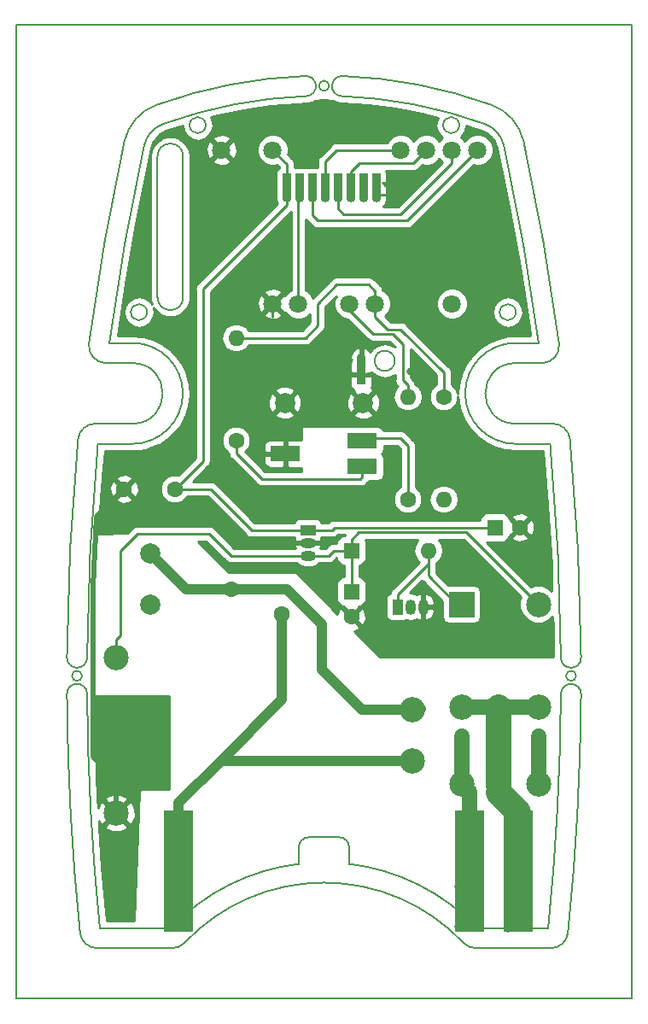
<source format=gbr>
%TF.GenerationSoftware,KiCad,Pcbnew,(5.0.1)-4*%
%TF.CreationDate,2020-03-09T19:56:50+01:00*%
%TF.ProjectId,Funk-Schaltsteckdose,46756E6B2D536368616C74737465636B,rev?*%
%TF.SameCoordinates,Original*%
%TF.FileFunction,Copper,L2,Bot,Signal*%
%TF.FilePolarity,Positive*%
%FSLAX46Y46*%
G04 Gerber Fmt 4.6, Leading zero omitted, Abs format (unit mm)*
G04 Created by KiCad (PCBNEW (5.0.1)-4) date 09.03.2020 19:56:50*
%MOMM*%
%LPD*%
G01*
G04 APERTURE LIST*
%TA.AperFunction,NonConductor*%
%ADD10C,0.150000*%
%TD*%
%TA.AperFunction,NonConductor*%
%ADD11C,0.200000*%
%TD*%
%TA.AperFunction,ComponentPad*%
%ADD12C,2.500000*%
%TD*%
%TA.AperFunction,ComponentPad*%
%ADD13R,2.500000X2.500000*%
%TD*%
%TA.AperFunction,ComponentPad*%
%ADD14O,0.900000X1.524000*%
%TD*%
%TA.AperFunction,ConnectorPad*%
%ADD15R,0.900000X2.000000*%
%TD*%
%TA.AperFunction,ComponentPad*%
%ADD16R,3.000000X12.000000*%
%TD*%
%TA.AperFunction,ComponentPad*%
%ADD17C,1.800000*%
%TD*%
%TA.AperFunction,ConnectorPad*%
%ADD18R,3.000000X1.524000*%
%TD*%
%TA.AperFunction,ComponentPad*%
%ADD19C,1.600000*%
%TD*%
%TA.AperFunction,ComponentPad*%
%ADD20O,1.600000X1.600000*%
%TD*%
%TA.AperFunction,ComponentPad*%
%ADD21O,1.500000X1.050000*%
%TD*%
%TA.AperFunction,ComponentPad*%
%ADD22R,1.500000X1.050000*%
%TD*%
%TA.AperFunction,ComponentPad*%
%ADD23O,1.050000X1.500000*%
%TD*%
%TA.AperFunction,ComponentPad*%
%ADD24R,1.050000X1.500000*%
%TD*%
%TA.AperFunction,ComponentPad*%
%ADD25R,1.600000X1.600000*%
%TD*%
%TA.AperFunction,ComponentPad*%
%ADD26C,2.000000*%
%TD*%
%TA.AperFunction,ViaPad*%
%ADD27C,0.800000*%
%TD*%
%TA.AperFunction,Conductor*%
%ADD28C,1.000000*%
%TD*%
%TA.AperFunction,Conductor*%
%ADD29C,1.500000*%
%TD*%
%TA.AperFunction,Conductor*%
%ADD30C,0.250000*%
%TD*%
%TA.AperFunction,Conductor*%
%ADD31C,0.500000*%
%TD*%
%TA.AperFunction,Conductor*%
%ADD32C,2.500000*%
%TD*%
%TA.AperFunction,Conductor*%
%ADD33C,0.254000*%
%TD*%
G04 APERTURE END LIST*
D10*
X113419000Y-73407000D02*
G75*
G03X113419000Y-73407000I-800000J0D01*
G01*
X88273000Y-73407000D02*
G75*
G03X88273000Y-73407000I-800000J0D01*
G01*
X82447000Y-91949000D02*
G75*
G03X82447000Y-91949000I-800000J0D01*
G01*
X119023000Y-91949000D02*
G75*
G03X119023000Y-91949000I-800000J0D01*
G01*
X107015000Y-96775000D02*
G75*
G03X107015000Y-96775000I-1000000J0D01*
G01*
D11*
X82150901Y-75467983D02*
G75*
G02X84065149Y-73283707I2931366J-638041D01*
G01*
X81000000Y-95000000D02*
G75*
G02X81000000Y-105000000I0J-5000000D01*
G01*
X80196658Y-75042623D02*
G75*
G02X83387070Y-71402163I4885609J-1063401D01*
G01*
X115068543Y-155000001D02*
G75*
G02X113820194Y-154461510I0J1716230D01*
G01*
X122685153Y-103000000D02*
G75*
G02X124393757Y-104554632I0J-1716229D01*
G01*
X74506558Y-129807258D02*
G75*
G02X76506506Y-129792742I999974J7258D01*
G01*
X101762500Y-70533059D02*
G75*
G02X115934851Y-73283707I-1762500J-46966941D01*
G01*
X101837500Y-68534465D02*
G75*
G02X116612930Y-71402163I-1837500J-48965535D01*
G01*
X76506506Y-126207258D02*
G75*
G02X77573182Y-105000000I246993494J-1792742D01*
G01*
X78390001Y-97000000D02*
X81000000Y-97000000D01*
X125493442Y-126192742D02*
G75*
G02X123493494Y-126207258I-999974J-7258D01*
G01*
X76506505Y-126207258D02*
G75*
G02X74506559Y-126192742I-999973J7258D01*
G01*
X75606243Y-104554632D02*
G75*
G02X77314847Y-103000000I1708604J-161597D01*
G01*
X83387070Y-71402163D02*
G75*
G02X98162500Y-68534465I16612930J-46097837D01*
G01*
X97500000Y-145000000D02*
G75*
G02X98500000Y-144000000I1000000J0D01*
G01*
X123493494Y-129792742D02*
G75*
G02X122231561Y-153000000I-246993494J1792742D01*
G01*
X75804972Y-153459248D02*
G75*
G02X74506559Y-129807258I247695028J25459248D01*
G01*
X81000000Y-95000000D02*
X78714380Y-95000000D01*
X122426818Y-105000000D02*
G75*
G02X123493494Y-126207258I-245926818J-23000000D01*
G01*
X119803342Y-75042623D02*
G75*
G02X123311142Y-95056710I-243303342J-52957377D01*
G01*
X98162500Y-68534465D02*
G75*
G02X98237500Y-70533059I37500J-999297D01*
G01*
X81000000Y-97000000D02*
G75*
G02X81000000Y-103000000I0J-3000000D01*
G01*
X76688858Y-95056710D02*
G75*
G02X80196658Y-75042623I246811142J-32943290D01*
G01*
X125493442Y-129807258D02*
G75*
G02X124195028Y-153459249I-248993442J1807258D01*
G01*
X101762500Y-70533059D02*
G75*
G02X101837500Y-68534465I37500J999297D01*
G01*
X77512207Y-155000001D02*
G75*
G02X75804972Y-153459249I0J1716230D01*
G01*
X102500000Y-146649341D02*
G75*
G02X115190458Y-153000000I-2500000J-20850659D01*
G01*
X124195027Y-153459249D02*
G75*
G02X122487793Y-155000000I-1707234J175478D01*
G01*
X116612930Y-71402163D02*
G75*
G02X119803342Y-75042623I-1695197J-4703861D01*
G01*
X86179806Y-154461510D02*
G75*
G02X113820194Y-154461510I13820194J-13038490D01*
G01*
X119000000Y-103000000D02*
G75*
G02X119000000Y-97000000I0J3000000D01*
G01*
X124393757Y-104554632D02*
G75*
G02X125493441Y-126192742I-247893757J-23445368D01*
G01*
X123311141Y-95056710D02*
G75*
G02X121609999Y-97000000I-1701142J-227061D01*
G01*
X115934851Y-73283707D02*
G75*
G02X117849098Y-75467983I-1017118J-2822317D01*
G01*
X74506559Y-126192742D02*
G75*
G02X75606243Y-104554632I248993441J-1807258D01*
G01*
X123493495Y-129792742D02*
G75*
G02X125493441Y-129807258I999973J-7258D01*
G01*
X78390001Y-97000001D02*
G75*
G02X76688858Y-95056710I0J1716230D01*
G01*
X81000000Y-103000000D02*
X77314847Y-103000000D01*
X78714380Y-95000000D02*
G75*
G02X82150902Y-75467983I244785620J-33000000D01*
G01*
X101500000Y-144000000D02*
G75*
G02X102500000Y-145000000I0J-1000000D01*
G01*
X84809542Y-153000000D02*
G75*
G02X97500000Y-146649341I15190458J-14500000D01*
G01*
X86179805Y-154461510D02*
G75*
G02X84931457Y-155000000I-1248348J1177739D01*
G01*
X84065149Y-73283707D02*
G75*
G02X98237500Y-70533059I15934851J-44216293D01*
G01*
X119000000Y-105000000D02*
G75*
G02X119000000Y-95000000I0J5000000D01*
G01*
X77573182Y-105000000D02*
X81000000Y-105000000D01*
X117849098Y-75467983D02*
G75*
G02X121285620Y-95000000I-241349098J-52532017D01*
G01*
X77768439Y-153000000D02*
G75*
G02X76506506Y-129792742I245731561J25000000D01*
G01*
X97500000Y-145000000D02*
X97500000Y-146649341D01*
X101500000Y-144000000D02*
X98500000Y-144000000D01*
X102500000Y-146649341D02*
X102500000Y-145000000D01*
X119000000Y-97000000D02*
X121609999Y-97000000D01*
X69500000Y-63500000D02*
X69500000Y-160000000D01*
X69500000Y-160000000D02*
X130500000Y-160000000D01*
X76000000Y-128000000D02*
G75*
G03X76000000Y-128000000I-500000J0D01*
G01*
X77512207Y-155000000D02*
X84931457Y-155000000D01*
X119000000Y-105000000D02*
X122426818Y-105000000D01*
X122231561Y-153000000D02*
X115190458Y-153000000D01*
X115068543Y-155000000D02*
X122487793Y-155000000D01*
X84809542Y-153000000D02*
X77768439Y-153000000D01*
X130500000Y-160000000D02*
X130500000Y-63500000D01*
X121285620Y-95000000D02*
X119000000Y-95000000D01*
X122685153Y-103000000D02*
X119000000Y-103000000D01*
X130500000Y-63500000D02*
X69500000Y-63500000D01*
X125000000Y-128000000D02*
G75*
G03X125000000Y-128000000I-500000J0D01*
G01*
X100500000Y-69500000D02*
G75*
G03X100500000Y-69500000I-500000J0D01*
G01*
D10*
X83490000Y-76505000D02*
G75*
G02X86030000Y-76505000I1270000J0D01*
G01*
X86030000Y-90475000D02*
G75*
G02X83490000Y-90475000I-1270000J0D01*
G01*
X86030000Y-90475000D02*
X86030000Y-76505000D01*
X83490000Y-76505000D02*
X83490000Y-90475000D01*
D12*
%TO.P,K1,8*%
%TO.N,Net-(C2-Pad1)*%
X121255000Y-120905000D03*
%TO.P,K1,6*%
%TO.N,Net-(F1-Pad2)*%
X121255000Y-131065000D03*
%TO.P,K1,5*%
%TO.N,Net-(J2-Pad1)*%
X121255000Y-138685000D03*
%TO.P,K1,4*%
X113635000Y-138685000D03*
%TO.P,K1,3*%
%TO.N,Net-(F1-Pad2)*%
X113635000Y-131065000D03*
D13*
%TO.P,K1,1*%
%TO.N,Net-(D2-Pad2)*%
X113635000Y-120905000D03*
%TD*%
D12*
%TO.P,PS1,7*%
%TO.N,Net-(C2-Pad1)*%
X79400000Y-126200000D03*
%TO.P,PS1,10*%
%TO.N,GND*%
X79400000Y-141600000D03*
%TO.P,PS1,17*%
%TO.N,Net-(J3-Pad1)*%
X108800000Y-136400000D03*
%TO.P,PS1,18*%
%TO.N,Net-(F1-Pad1)*%
X108800000Y-131400000D03*
%TD*%
D14*
%TO.P,U4,8*%
%TO.N,GND*%
X105175000Y-80315000D03*
%TO.P,U4,7*%
%TO.N,Net-(U4-Pad7)*%
X103905000Y-80315000D03*
%TO.P,U4,6*%
%TO.N,/MISO*%
X102635000Y-80315000D03*
%TO.P,U4,5*%
%TO.N,/MOSI*%
X101365000Y-80315000D03*
%TO.P,U4,4*%
%TO.N,/SCK*%
X100095000Y-80315000D03*
%TO.P,U4,3*%
%TO.N,/SS*%
X98825000Y-80315000D03*
%TO.P,U4,2*%
%TO.N,/D2*%
X97555000Y-80315000D03*
%TO.P,U4,1*%
%TO.N,+3V3*%
X96285000Y-80315000D03*
D15*
X96285000Y-79245000D03*
%TO.P,U4,2*%
%TO.N,/D2*%
X97555000Y-79245000D03*
%TO.P,U4,3*%
%TO.N,/SS*%
X98825000Y-79245000D03*
%TO.P,U4,4*%
%TO.N,/SCK*%
X100095000Y-79245000D03*
%TO.P,U4,5*%
%TO.N,/MOSI*%
X101365000Y-79245000D03*
%TO.P,U4,6*%
%TO.N,/MISO*%
X102635000Y-79245000D03*
%TO.P,U4,7*%
%TO.N,Net-(U4-Pad7)*%
X103905000Y-79245000D03*
%TO.P,U4,8*%
%TO.N,GND*%
X105175000Y-79245000D03*
%TO.P,U4,10*%
X103695000Y-98095000D03*
D14*
X103695000Y-96775000D03*
%TD*%
D16*
%TO.P,J3,1*%
%TO.N,Net-(J3-Pad1)*%
X85600000Y-147400000D03*
%TD*%
%TO.P,J2,1*%
%TO.N,Net-(J2-Pad1)*%
X114400000Y-147400000D03*
%TD*%
%TO.P,J1,1*%
%TO.N,Net-(F1-Pad2)*%
X119300000Y-147400000D03*
%TD*%
D17*
%TO.P,U1,8*%
%TO.N,Net-(SW1-Pad1)*%
X112700000Y-91110000D03*
%TO.P,U1,5*%
%TO.N,Net-(R1-Pad1)*%
X105080000Y-91110000D03*
%TO.P,U1,4*%
%TO.N,Net-(R2-Pad2)*%
X102540000Y-91110000D03*
%TO.P,U1,2*%
%TO.N,/D2*%
X97460000Y-91110000D03*
%TO.P,U1,GND*%
%TO.N,GND*%
X94920000Y-91110000D03*
X89840000Y-75870000D03*
%TO.P,U1,VCC*%
%TO.N,+3V3*%
X94920000Y-75870000D03*
%TO.P,U1,13*%
%TO.N,/SCK*%
X107620000Y-75870000D03*
%TO.P,U1,12*%
%TO.N,/MISO*%
X110160000Y-75870000D03*
%TO.P,U1,11*%
%TO.N,/MOSI*%
X112700000Y-75870000D03*
%TO.P,U1,10*%
%TO.N,/SS*%
X115240000Y-75870000D03*
%TD*%
D18*
%TO.P,D1,3*%
%TO.N,Net-(D1-Pad3)*%
X103810000Y-104699000D03*
%TO.P,D1,2*%
%TO.N,GND*%
X96190000Y-105969000D03*
%TO.P,D1,1*%
%TO.N,Net-(D1-Pad1)*%
X103810000Y-107239000D03*
%TD*%
D19*
%TO.P,R1,1*%
%TO.N,Net-(R1-Pad1)*%
X111857000Y-100331000D03*
D20*
%TO.P,R1,2*%
%TO.N,Net-(Q1-Pad2)*%
X111857000Y-110491000D03*
%TD*%
%TO.P,R2,2*%
%TO.N,Net-(R2-Pad2)*%
X108301000Y-100331000D03*
D19*
%TO.P,R2,1*%
%TO.N,Net-(D1-Pad3)*%
X108301000Y-110491000D03*
%TD*%
%TO.P,R3,1*%
%TO.N,Net-(D1-Pad1)*%
X91283000Y-104649000D03*
D20*
%TO.P,R3,2*%
%TO.N,Net-(R1-Pad1)*%
X91283000Y-94489000D03*
%TD*%
D21*
%TO.P,U2,2*%
%TO.N,GND*%
X98395000Y-114809000D03*
%TO.P,U2,3*%
%TO.N,Net-(C2-Pad1)*%
X98395000Y-116079000D03*
D22*
%TO.P,U2,1*%
%TO.N,+3V3*%
X98395000Y-113539000D03*
%TD*%
D23*
%TO.P,Q1,2*%
%TO.N,Net-(Q1-Pad2)*%
X108555000Y-121159000D03*
%TO.P,Q1,3*%
%TO.N,GND*%
X109825000Y-121159000D03*
D24*
%TO.P,Q1,1*%
%TO.N,Net-(D2-Pad2)*%
X107285000Y-121159000D03*
%TD*%
D25*
%TO.P,C2,1*%
%TO.N,Net-(C2-Pad1)*%
X102713000Y-119635000D03*
D19*
%TO.P,C2,2*%
%TO.N,GND*%
X102713000Y-122135000D03*
%TD*%
D25*
%TO.P,C1,1*%
%TO.N,+3V3*%
X116937000Y-113285000D03*
D19*
%TO.P,C1,2*%
%TO.N,GND*%
X119437000Y-113285000D03*
%TD*%
%TO.P,C3,1*%
%TO.N,+3V3*%
X85187000Y-109475000D03*
%TO.P,C3,2*%
%TO.N,GND*%
X80187000Y-109475000D03*
%TD*%
D26*
%TO.P,SW1,2*%
%TO.N,GND*%
X96110520Y-100933781D03*
X103889480Y-100933781D03*
%TD*%
D25*
%TO.P,D2,1*%
%TO.N,Net-(C2-Pad1)*%
X102713000Y-115571000D03*
D20*
%TO.P,D2,2*%
%TO.N,Net-(D2-Pad2)*%
X110333000Y-115571000D03*
%TD*%
D26*
%TO.P,F1,1*%
%TO.N,Net-(F1-Pad1)*%
X82800000Y-115900000D03*
%TO.P,F1,2*%
%TO.N,Net-(F1-Pad2)*%
X82790000Y-120980000D03*
%TD*%
D19*
%TO.P,RV1,1*%
%TO.N,Net-(F1-Pad1)*%
X90800000Y-119400000D03*
%TO.P,RV1,2*%
%TO.N,Net-(J3-Pad1)*%
X95800000Y-121900000D03*
%TD*%
D27*
%TO.N,Net-(J3-Pad1)*%
X84575000Y-148985000D03*
X86555000Y-148955000D03*
X86575000Y-152865000D03*
X84585000Y-152885000D03*
%TO.N,Net-(J2-Pad1)*%
X115435000Y-148855000D03*
X115415000Y-152925000D03*
X113375000Y-152885000D03*
%TO.N,Net-(F1-Pad2)*%
X118245000Y-152995000D03*
X120315000Y-152985000D03*
X120255000Y-148865000D03*
X118375000Y-148885000D03*
%TO.N,Net-(J2-Pad1)*%
X113375000Y-148855000D03*
X113655000Y-133935000D03*
X121255000Y-133985000D03*
X121255000Y-135685000D03*
X113655000Y-135735000D03*
%TO.N,GND*%
X107031000Y-80315000D03*
X85695000Y-105665000D03*
X89251000Y-105665000D03*
X105761000Y-117857000D03*
X85695000Y-104395000D03*
X89251000Y-104395000D03*
X108555000Y-97791000D03*
X111095000Y-95251000D03*
X112111000Y-96267000D03*
X109571000Y-98807000D03*
X107031000Y-84075000D03*
X109063000Y-78741000D03*
X111603000Y-81281000D03*
X105761000Y-110745000D03*
X105507000Y-123699000D03*
X108809000Y-123699000D03*
X80300000Y-111900000D03*
X83300000Y-130900000D03*
%TO.N,Net-(F1-Pad2)*%
X116645000Y-131115000D03*
X117815000Y-131095000D03*
%TD*%
D28*
%TO.N,Net-(F1-Pad1)*%
X109410000Y-131400000D02*
X109571000Y-131239000D01*
X82800000Y-115900000D02*
X86300000Y-119400000D01*
X86300000Y-119400000D02*
X90800000Y-119400000D01*
X103800000Y-131400000D02*
X108800000Y-131400000D01*
X99800000Y-127400000D02*
X103800000Y-131400000D01*
X99800000Y-122900000D02*
X99800000Y-127400000D01*
X90800000Y-119400000D02*
X96300000Y-119400000D01*
X96300000Y-119400000D02*
X99800000Y-122900000D01*
D29*
%TO.N,Net-(J2-Pad1)*%
X113635000Y-138685000D02*
X114400000Y-139450000D01*
X114400000Y-139450000D02*
X114400000Y-148000000D01*
D28*
X113635000Y-133955000D02*
X113655000Y-133935000D01*
D29*
X113635000Y-138685000D02*
X113635000Y-133955000D01*
X121255000Y-138685000D02*
X121255000Y-133985000D01*
D30*
%TO.N,Net-(R1-Pad1)*%
X105080000Y-92380000D02*
X106350000Y-93650000D01*
X105080000Y-91279029D02*
X105080000Y-92380000D01*
X106350000Y-93650000D02*
X107620000Y-93650000D01*
X98141000Y-94489000D02*
X91283000Y-94489000D01*
X105080000Y-89840000D02*
X104445000Y-89205000D01*
X105080000Y-91110000D02*
X105080000Y-89840000D01*
X104445000Y-89205000D02*
X101270000Y-89205000D01*
X101270000Y-89205000D02*
X99365000Y-91110000D01*
X99365000Y-91110000D02*
X99365000Y-93265000D01*
X99365000Y-93265000D02*
X98141000Y-94489000D01*
X111857000Y-97887000D02*
X111857000Y-100331000D01*
X107620000Y-93650000D02*
X111857000Y-97887000D01*
%TO.N,Net-(R2-Pad2)*%
X102540000Y-91745000D02*
X102540000Y-91110000D01*
X104895009Y-94100009D02*
X102540000Y-91745000D01*
X106800009Y-94100009D02*
X104895009Y-94100009D01*
X108301000Y-99199630D02*
X108301000Y-100331000D01*
X107793000Y-98691630D02*
X108301000Y-99199630D01*
X107793000Y-95093000D02*
X107793000Y-98691630D01*
X106800009Y-94100009D02*
X107793000Y-95093000D01*
%TO.N,GND*%
X97460000Y-102283261D02*
X96110520Y-100933781D01*
X102540000Y-102283261D02*
X103889480Y-100933781D01*
X97460000Y-102283261D02*
X102540000Y-102283261D01*
X96110520Y-105889520D02*
X96190000Y-105969000D01*
X94920000Y-92380000D02*
X94920000Y-91110000D01*
X105175000Y-80315000D02*
X106985000Y-80315000D01*
X106985000Y-80315000D02*
X106985000Y-80315000D01*
D31*
X77431898Y-112230102D02*
X80187000Y-109475000D01*
X77059000Y-135992240D02*
X77059000Y-120308113D01*
X77059000Y-120308113D02*
X77084132Y-119144262D01*
X77084132Y-119144262D02*
X77431898Y-112230102D01*
X79400000Y-138333240D02*
X77059000Y-135992240D01*
X79400000Y-141600000D02*
X79400000Y-138333240D01*
D30*
%TO.N,+3V3*%
X96285000Y-77235000D02*
X96285000Y-80315000D01*
X94920000Y-75870000D02*
X96285000Y-77235000D01*
X86203000Y-108459000D02*
X85187000Y-109475000D01*
X87981000Y-106681000D02*
X85187000Y-109475000D01*
X87981000Y-89631000D02*
X87981000Y-106681000D01*
X96285000Y-81327000D02*
X87981000Y-89631000D01*
X96285000Y-80315000D02*
X96285000Y-81327000D01*
X88743000Y-109475000D02*
X85187000Y-109475000D01*
X98395000Y-113539000D02*
X92807000Y-113539000D01*
X92807000Y-113539000D02*
X88743000Y-109475000D01*
X100796980Y-113539000D02*
X98395000Y-113539000D01*
X116937000Y-113285000D02*
X101050980Y-113285000D01*
X101050980Y-113285000D02*
X100796980Y-113539000D01*
D32*
%TO.N,Net-(F1-Pad2)*%
X117300000Y-131065000D02*
X117300000Y-131065000D01*
D29*
X117300000Y-131065000D02*
X121255000Y-131065000D01*
X113635000Y-131065000D02*
X117300000Y-131065000D01*
D32*
X117300000Y-131065000D02*
X117300000Y-138900000D01*
X117300000Y-131065000D02*
X117300000Y-131065000D01*
D28*
X117300000Y-139550000D02*
X117300000Y-138900000D01*
D32*
X119300000Y-141550000D02*
X117300000Y-139550000D01*
D28*
%TO.N,Net-(J3-Pad1)*%
X85600000Y-140558000D02*
X85600000Y-148000000D01*
X108800000Y-136400000D02*
X89758000Y-136400000D01*
X95758000Y-130400000D02*
X89758000Y-136400000D01*
X89758000Y-136400000D02*
X85600000Y-140558000D01*
X95800000Y-130358000D02*
X95758000Y-130400000D01*
X95800000Y-121900000D02*
X95800000Y-130358000D01*
D30*
%TO.N,/MISO*%
X102635000Y-79303000D02*
X102635000Y-80315000D01*
X102635000Y-77995000D02*
X102635000Y-79303000D01*
X103490000Y-77140000D02*
X102635000Y-77995000D01*
X110160000Y-75870000D02*
X108890000Y-77140000D01*
X108890000Y-77140000D02*
X103490000Y-77140000D01*
%TO.N,/MOSI*%
X101365000Y-81680000D02*
X101365000Y-80315000D01*
X101905000Y-82220000D02*
X101365000Y-81680000D01*
X107620000Y-82220000D02*
X101905000Y-82220000D01*
X112700000Y-75870000D02*
X112700000Y-77140000D01*
X112700000Y-77140000D02*
X107620000Y-82220000D01*
%TO.N,/SCK*%
X100095000Y-77045000D02*
X100095000Y-80315000D01*
X107620000Y-75870000D02*
X101270000Y-75870000D01*
X101270000Y-75870000D02*
X100095000Y-77045000D01*
%TO.N,/SS*%
X98825000Y-82315000D02*
X98825000Y-80315000D01*
X99365000Y-82855000D02*
X98825000Y-82315000D01*
X115240000Y-75870000D02*
X108255000Y-82855000D01*
X108255000Y-82855000D02*
X99365000Y-82855000D01*
%TO.N,/D2*%
X97460000Y-80410000D02*
X97555000Y-80315000D01*
X97460000Y-91110000D02*
X97460000Y-80410000D01*
%TO.N,Net-(D1-Pad1)*%
X91283000Y-105919000D02*
X91283000Y-104649000D01*
X93823000Y-108459000D02*
X91283000Y-105919000D01*
X103602000Y-108459000D02*
X93823000Y-108459000D01*
X103810000Y-107239000D02*
X103810000Y-108251000D01*
X103810000Y-108251000D02*
X103602000Y-108459000D01*
%TO.N,Net-(D1-Pad3)*%
X104191000Y-105080000D02*
X103810000Y-104699000D01*
X108301000Y-105157000D02*
X108301000Y-110491000D01*
X107589000Y-104445000D02*
X108301000Y-105157000D01*
X103810000Y-104699000D02*
X104064000Y-104445000D01*
X104064000Y-104445000D02*
X107589000Y-104445000D01*
%TO.N,Net-(C2-Pad1)*%
X102713000Y-118585000D02*
X102713000Y-115571000D01*
X102713000Y-119635000D02*
X102713000Y-118585000D01*
X99395000Y-116079000D02*
X98395000Y-116079000D01*
X100427000Y-116079000D02*
X99395000Y-116079000D01*
X102713000Y-115571000D02*
X100935000Y-115571000D01*
X100935000Y-115571000D02*
X100427000Y-116079000D01*
X102713000Y-114521000D02*
X102713000Y-115571000D01*
X103459000Y-113775000D02*
X102713000Y-114521000D01*
X121255000Y-120905000D02*
X114125000Y-113775000D01*
X114125000Y-113775000D02*
X103459000Y-113775000D01*
X79400000Y-124432234D02*
X79400000Y-126200000D01*
X90775000Y-116079000D02*
X88596000Y-113900000D01*
X98395000Y-116079000D02*
X90775000Y-116079000D01*
X88596000Y-113900000D02*
X81524000Y-113900000D01*
X81524000Y-113900000D02*
X79800000Y-115624000D01*
X79800000Y-115624000D02*
X79800000Y-124032234D01*
X79800000Y-124032234D02*
X79400000Y-124432234D01*
%TO.N,Net-(D2-Pad2)*%
X110333000Y-116841000D02*
X110333000Y-115571000D01*
X107285000Y-119889000D02*
X110333000Y-116841000D01*
X107285000Y-121159000D02*
X107285000Y-119889000D01*
X113145000Y-120905000D02*
X113635000Y-120905000D01*
X110333000Y-116841000D02*
X110333000Y-118093000D01*
X110333000Y-118093000D02*
X113145000Y-120905000D01*
%TD*%
D33*
%TO.N,GND*%
G36*
X109298423Y-114536423D02*
X108981260Y-115011091D01*
X108869887Y-115571000D01*
X108981260Y-116130909D01*
X109298423Y-116605577D01*
X109415436Y-116683762D01*
X106800528Y-119298671D01*
X106737072Y-119341071D01*
X106694672Y-119404527D01*
X106694671Y-119404528D01*
X106569097Y-119592463D01*
X106526211Y-119808063D01*
X106512235Y-119810843D01*
X106302191Y-119951191D01*
X106161843Y-120161235D01*
X106112560Y-120409000D01*
X106112560Y-121909000D01*
X106161843Y-122156765D01*
X106302191Y-122366809D01*
X106512235Y-122507157D01*
X106760000Y-122556440D01*
X107810000Y-122556440D01*
X108057765Y-122507157D01*
X108103134Y-122476842D01*
X108555000Y-122566725D01*
X109007609Y-122476695D01*
X109199996Y-122348146D01*
X109457664Y-122494266D01*
X109519190Y-122502964D01*
X109698000Y-122377163D01*
X109698000Y-121583709D01*
X109715000Y-121498245D01*
X109715000Y-121286000D01*
X109952000Y-121286000D01*
X109952000Y-122377163D01*
X110130810Y-122502964D01*
X110192336Y-122494266D01*
X110589255Y-122269179D01*
X110869823Y-121909331D01*
X110991326Y-121469506D01*
X110831593Y-121286000D01*
X109952000Y-121286000D01*
X109715000Y-121286000D01*
X109715000Y-120819754D01*
X109698000Y-120734290D01*
X109698000Y-119940837D01*
X109952000Y-119940837D01*
X109952000Y-121032000D01*
X110831593Y-121032000D01*
X110991326Y-120848494D01*
X110869823Y-120408669D01*
X110589255Y-120048821D01*
X110192336Y-119823734D01*
X110130810Y-119815036D01*
X109952000Y-119940837D01*
X109698000Y-119940837D01*
X109519190Y-119815036D01*
X109457664Y-119823734D01*
X109199996Y-119969854D01*
X109007608Y-119841305D01*
X108555000Y-119751275D01*
X108483255Y-119765546D01*
X109714096Y-118534706D01*
X109785072Y-118640929D01*
X109848528Y-118683329D01*
X111737560Y-120572362D01*
X111737560Y-122155000D01*
X111786843Y-122402765D01*
X111927191Y-122612809D01*
X112137235Y-122753157D01*
X112385000Y-122802440D01*
X114885000Y-122802440D01*
X115132765Y-122753157D01*
X115342809Y-122612809D01*
X115483157Y-122402765D01*
X115532440Y-122155000D01*
X115532440Y-119655000D01*
X115483157Y-119407235D01*
X115342809Y-119197191D01*
X115132765Y-119056843D01*
X114885000Y-119007560D01*
X112385000Y-119007560D01*
X112332754Y-119017952D01*
X111093000Y-117778199D01*
X111093000Y-116915847D01*
X111107888Y-116841000D01*
X111097019Y-116786358D01*
X111367577Y-116605577D01*
X111684740Y-116130909D01*
X111796113Y-115571000D01*
X111684740Y-115011091D01*
X111367577Y-114536423D01*
X111365447Y-114535000D01*
X113810199Y-114535000D01*
X119497481Y-120222283D01*
X119370000Y-120530050D01*
X119370000Y-121279950D01*
X119656974Y-121972767D01*
X120187233Y-122503026D01*
X120880050Y-122790000D01*
X121629950Y-122790000D01*
X122322767Y-122503026D01*
X122685463Y-122140330D01*
X122716015Y-123089834D01*
X122757130Y-126112000D01*
X105559606Y-126112000D01*
X103005300Y-123557694D01*
X103066454Y-123554778D01*
X103467005Y-123388864D01*
X103541139Y-123142745D01*
X102713000Y-122314605D01*
X102698858Y-122328748D01*
X102519252Y-122149142D01*
X102533395Y-122135000D01*
X102892605Y-122135000D01*
X103720745Y-122963139D01*
X103966864Y-122889005D01*
X104159965Y-122351777D01*
X104132778Y-121781546D01*
X103966864Y-121380995D01*
X103720745Y-121306861D01*
X102892605Y-122135000D01*
X102533395Y-122135000D01*
X101705255Y-121306861D01*
X101459136Y-121380995D01*
X101292421Y-121844815D01*
X97214803Y-117767197D01*
X97173601Y-117739667D01*
X97125000Y-117730000D01*
X90573606Y-117730000D01*
X87503606Y-114660000D01*
X88281199Y-114660000D01*
X90184673Y-116563476D01*
X90227071Y-116626929D01*
X90290524Y-116669327D01*
X90290526Y-116669329D01*
X90357296Y-116713943D01*
X90478463Y-116794904D01*
X90700148Y-116839000D01*
X90700152Y-116839000D01*
X90774999Y-116853888D01*
X90849846Y-116839000D01*
X97282696Y-116839000D01*
X97333687Y-116915313D01*
X97717391Y-117171695D01*
X98055754Y-117239000D01*
X98734246Y-117239000D01*
X99072609Y-117171695D01*
X99456313Y-116915313D01*
X99507304Y-116839000D01*
X100352153Y-116839000D01*
X100427000Y-116853888D01*
X100501847Y-116839000D01*
X100501852Y-116839000D01*
X100723537Y-116794904D01*
X100974929Y-116626929D01*
X101017330Y-116563471D01*
X101249802Y-116331000D01*
X101265560Y-116331000D01*
X101265560Y-116371000D01*
X101314843Y-116618765D01*
X101455191Y-116828809D01*
X101665235Y-116969157D01*
X101913000Y-117018440D01*
X101953001Y-117018440D01*
X101953000Y-118187560D01*
X101913000Y-118187560D01*
X101665235Y-118236843D01*
X101455191Y-118377191D01*
X101314843Y-118587235D01*
X101265560Y-118835000D01*
X101265560Y-120435000D01*
X101314843Y-120682765D01*
X101455191Y-120892809D01*
X101665235Y-121033157D01*
X101899187Y-121079693D01*
X101884861Y-121127255D01*
X102713000Y-121955395D01*
X103541139Y-121127255D01*
X103526813Y-121079693D01*
X103760765Y-121033157D01*
X103970809Y-120892809D01*
X104111157Y-120682765D01*
X104160440Y-120435000D01*
X104160440Y-118835000D01*
X104111157Y-118587235D01*
X103970809Y-118377191D01*
X103760765Y-118236843D01*
X103513000Y-118187560D01*
X103473000Y-118187560D01*
X103473000Y-117018440D01*
X103513000Y-117018440D01*
X103760765Y-116969157D01*
X103970809Y-116828809D01*
X104111157Y-116618765D01*
X104160440Y-116371000D01*
X104160440Y-114771000D01*
X104113497Y-114535000D01*
X109300553Y-114535000D01*
X109298423Y-114536423D01*
X109298423Y-114536423D01*
G37*
X109298423Y-114536423D02*
X108981260Y-115011091D01*
X108869887Y-115571000D01*
X108981260Y-116130909D01*
X109298423Y-116605577D01*
X109415436Y-116683762D01*
X106800528Y-119298671D01*
X106737072Y-119341071D01*
X106694672Y-119404527D01*
X106694671Y-119404528D01*
X106569097Y-119592463D01*
X106526211Y-119808063D01*
X106512235Y-119810843D01*
X106302191Y-119951191D01*
X106161843Y-120161235D01*
X106112560Y-120409000D01*
X106112560Y-121909000D01*
X106161843Y-122156765D01*
X106302191Y-122366809D01*
X106512235Y-122507157D01*
X106760000Y-122556440D01*
X107810000Y-122556440D01*
X108057765Y-122507157D01*
X108103134Y-122476842D01*
X108555000Y-122566725D01*
X109007609Y-122476695D01*
X109199996Y-122348146D01*
X109457664Y-122494266D01*
X109519190Y-122502964D01*
X109698000Y-122377163D01*
X109698000Y-121583709D01*
X109715000Y-121498245D01*
X109715000Y-121286000D01*
X109952000Y-121286000D01*
X109952000Y-122377163D01*
X110130810Y-122502964D01*
X110192336Y-122494266D01*
X110589255Y-122269179D01*
X110869823Y-121909331D01*
X110991326Y-121469506D01*
X110831593Y-121286000D01*
X109952000Y-121286000D01*
X109715000Y-121286000D01*
X109715000Y-120819754D01*
X109698000Y-120734290D01*
X109698000Y-119940837D01*
X109952000Y-119940837D01*
X109952000Y-121032000D01*
X110831593Y-121032000D01*
X110991326Y-120848494D01*
X110869823Y-120408669D01*
X110589255Y-120048821D01*
X110192336Y-119823734D01*
X110130810Y-119815036D01*
X109952000Y-119940837D01*
X109698000Y-119940837D01*
X109519190Y-119815036D01*
X109457664Y-119823734D01*
X109199996Y-119969854D01*
X109007608Y-119841305D01*
X108555000Y-119751275D01*
X108483255Y-119765546D01*
X109714096Y-118534706D01*
X109785072Y-118640929D01*
X109848528Y-118683329D01*
X111737560Y-120572362D01*
X111737560Y-122155000D01*
X111786843Y-122402765D01*
X111927191Y-122612809D01*
X112137235Y-122753157D01*
X112385000Y-122802440D01*
X114885000Y-122802440D01*
X115132765Y-122753157D01*
X115342809Y-122612809D01*
X115483157Y-122402765D01*
X115532440Y-122155000D01*
X115532440Y-119655000D01*
X115483157Y-119407235D01*
X115342809Y-119197191D01*
X115132765Y-119056843D01*
X114885000Y-119007560D01*
X112385000Y-119007560D01*
X112332754Y-119017952D01*
X111093000Y-117778199D01*
X111093000Y-116915847D01*
X111107888Y-116841000D01*
X111097019Y-116786358D01*
X111367577Y-116605577D01*
X111684740Y-116130909D01*
X111796113Y-115571000D01*
X111684740Y-115011091D01*
X111367577Y-114536423D01*
X111365447Y-114535000D01*
X113810199Y-114535000D01*
X119497481Y-120222283D01*
X119370000Y-120530050D01*
X119370000Y-121279950D01*
X119656974Y-121972767D01*
X120187233Y-122503026D01*
X120880050Y-122790000D01*
X121629950Y-122790000D01*
X122322767Y-122503026D01*
X122685463Y-122140330D01*
X122716015Y-123089834D01*
X122757130Y-126112000D01*
X105559606Y-126112000D01*
X103005300Y-123557694D01*
X103066454Y-123554778D01*
X103467005Y-123388864D01*
X103541139Y-123142745D01*
X102713000Y-122314605D01*
X102698858Y-122328748D01*
X102519252Y-122149142D01*
X102533395Y-122135000D01*
X102892605Y-122135000D01*
X103720745Y-122963139D01*
X103966864Y-122889005D01*
X104159965Y-122351777D01*
X104132778Y-121781546D01*
X103966864Y-121380995D01*
X103720745Y-121306861D01*
X102892605Y-122135000D01*
X102533395Y-122135000D01*
X101705255Y-121306861D01*
X101459136Y-121380995D01*
X101292421Y-121844815D01*
X97214803Y-117767197D01*
X97173601Y-117739667D01*
X97125000Y-117730000D01*
X90573606Y-117730000D01*
X87503606Y-114660000D01*
X88281199Y-114660000D01*
X90184673Y-116563476D01*
X90227071Y-116626929D01*
X90290524Y-116669327D01*
X90290526Y-116669329D01*
X90357296Y-116713943D01*
X90478463Y-116794904D01*
X90700148Y-116839000D01*
X90700152Y-116839000D01*
X90774999Y-116853888D01*
X90849846Y-116839000D01*
X97282696Y-116839000D01*
X97333687Y-116915313D01*
X97717391Y-117171695D01*
X98055754Y-117239000D01*
X98734246Y-117239000D01*
X99072609Y-117171695D01*
X99456313Y-116915313D01*
X99507304Y-116839000D01*
X100352153Y-116839000D01*
X100427000Y-116853888D01*
X100501847Y-116839000D01*
X100501852Y-116839000D01*
X100723537Y-116794904D01*
X100974929Y-116626929D01*
X101017330Y-116563471D01*
X101249802Y-116331000D01*
X101265560Y-116331000D01*
X101265560Y-116371000D01*
X101314843Y-116618765D01*
X101455191Y-116828809D01*
X101665235Y-116969157D01*
X101913000Y-117018440D01*
X101953001Y-117018440D01*
X101953000Y-118187560D01*
X101913000Y-118187560D01*
X101665235Y-118236843D01*
X101455191Y-118377191D01*
X101314843Y-118587235D01*
X101265560Y-118835000D01*
X101265560Y-120435000D01*
X101314843Y-120682765D01*
X101455191Y-120892809D01*
X101665235Y-121033157D01*
X101899187Y-121079693D01*
X101884861Y-121127255D01*
X102713000Y-121955395D01*
X103541139Y-121127255D01*
X103526813Y-121079693D01*
X103760765Y-121033157D01*
X103970809Y-120892809D01*
X104111157Y-120682765D01*
X104160440Y-120435000D01*
X104160440Y-118835000D01*
X104111157Y-118587235D01*
X103970809Y-118377191D01*
X103760765Y-118236843D01*
X103513000Y-118187560D01*
X103473000Y-118187560D01*
X103473000Y-117018440D01*
X103513000Y-117018440D01*
X103760765Y-116969157D01*
X103970809Y-116828809D01*
X104111157Y-116618765D01*
X104160440Y-116371000D01*
X104160440Y-114771000D01*
X104113497Y-114535000D01*
X109300553Y-114535000D01*
X109298423Y-114536423D01*
G36*
X96700000Y-89763331D02*
X96590493Y-89808690D01*
X96158690Y-90240493D01*
X96150562Y-90260115D01*
X96000159Y-90209446D01*
X95099605Y-91110000D01*
X96000159Y-92010554D01*
X96150562Y-91959885D01*
X96158690Y-91979507D01*
X96590493Y-92411310D01*
X97154670Y-92645000D01*
X97765330Y-92645000D01*
X98329507Y-92411310D01*
X98605000Y-92135817D01*
X98605001Y-92950197D01*
X97826199Y-93729000D01*
X92501043Y-93729000D01*
X92317577Y-93454423D01*
X91842909Y-93137260D01*
X91424333Y-93054000D01*
X91141667Y-93054000D01*
X90723091Y-93137260D01*
X90248423Y-93454423D01*
X89931260Y-93929091D01*
X89819887Y-94489000D01*
X89931260Y-95048909D01*
X90248423Y-95523577D01*
X90723091Y-95840740D01*
X91141667Y-95924000D01*
X91424333Y-95924000D01*
X91842909Y-95840740D01*
X92317577Y-95523577D01*
X92501043Y-95249000D01*
X98066153Y-95249000D01*
X98141000Y-95263888D01*
X98215847Y-95249000D01*
X98215852Y-95249000D01*
X98437537Y-95204904D01*
X98688929Y-95036929D01*
X98731331Y-94973470D01*
X99849476Y-93855327D01*
X99912929Y-93812929D01*
X99955327Y-93749476D01*
X99955329Y-93749474D01*
X100065533Y-93584541D01*
X100080904Y-93561537D01*
X100125000Y-93339852D01*
X100125000Y-93339848D01*
X100139888Y-93265001D01*
X100125000Y-93190154D01*
X100125000Y-91424801D01*
X101188755Y-90361047D01*
X101005000Y-90804670D01*
X101005000Y-91415330D01*
X101238690Y-91979507D01*
X101670493Y-92411310D01*
X102234670Y-92645000D01*
X102365199Y-92645000D01*
X104304679Y-94584481D01*
X104347080Y-94647938D01*
X104410536Y-94690338D01*
X104598471Y-94815913D01*
X104646614Y-94825489D01*
X104820157Y-94860009D01*
X104820161Y-94860009D01*
X104895009Y-94874897D01*
X104969857Y-94860009D01*
X106485207Y-94860009D01*
X107033000Y-95407803D01*
X107033000Y-95414531D01*
X106677042Y-95176688D01*
X106015000Y-95045000D01*
X105352958Y-95176688D01*
X104791705Y-95551705D01*
X104587063Y-95857973D01*
X104372408Y-95605987D01*
X103989001Y-95418592D01*
X103822000Y-95545498D01*
X103822000Y-98004502D01*
X103989001Y-98131408D01*
X104323331Y-97968000D01*
X104621250Y-97968000D01*
X104711296Y-97877954D01*
X104791705Y-97998295D01*
X105352958Y-98373312D01*
X106015000Y-98505000D01*
X106677042Y-98373312D01*
X107033001Y-98135468D01*
X107033001Y-98616778D01*
X107018112Y-98691630D01*
X107077097Y-98988167D01*
X107183140Y-99146871D01*
X107245072Y-99239559D01*
X107298299Y-99275124D01*
X107266423Y-99296423D01*
X106949260Y-99771091D01*
X106837887Y-100331000D01*
X106949260Y-100890909D01*
X107266423Y-101365577D01*
X107741091Y-101682740D01*
X108159667Y-101766000D01*
X108442333Y-101766000D01*
X108860909Y-101682740D01*
X109335577Y-101365577D01*
X109652740Y-100890909D01*
X109764113Y-100331000D01*
X109652740Y-99771091D01*
X109335577Y-99296423D01*
X109058288Y-99111145D01*
X109016904Y-98903093D01*
X108958139Y-98815145D01*
X108891329Y-98715156D01*
X108891327Y-98715154D01*
X108848929Y-98651701D01*
X108785475Y-98609303D01*
X108553000Y-98376828D01*
X108553000Y-95657801D01*
X111097000Y-98201802D01*
X111097000Y-99092570D01*
X111044138Y-99114466D01*
X110640466Y-99518138D01*
X110422000Y-100045561D01*
X110422000Y-100616439D01*
X110640466Y-101143862D01*
X111044138Y-101547534D01*
X111571561Y-101766000D01*
X112142439Y-101766000D01*
X112669862Y-101547534D01*
X113073534Y-101143862D01*
X113292000Y-100616439D01*
X113292000Y-100289594D01*
X113319857Y-100772724D01*
X113323235Y-100795597D01*
X113323961Y-100818716D01*
X113338946Y-100901998D01*
X113546466Y-101766380D01*
X113553842Y-101788297D01*
X113558650Y-101810917D01*
X113588146Y-101890229D01*
X113945455Y-102704200D01*
X113956596Y-102724465D01*
X113965333Y-102745875D01*
X114008400Y-102818697D01*
X114008408Y-102818711D01*
X114008412Y-102818716D01*
X114504211Y-103556544D01*
X114518761Y-103574512D01*
X114531155Y-103594042D01*
X114586447Y-103658098D01*
X115205074Y-104296471D01*
X115222581Y-104311583D01*
X115238233Y-104328604D01*
X115303975Y-104381841D01*
X115303994Y-104381857D01*
X115304002Y-104381862D01*
X116025890Y-104900591D01*
X116045797Y-104912364D01*
X116064215Y-104926344D01*
X116138367Y-104967110D01*
X116940714Y-105349810D01*
X116962387Y-105357870D01*
X116982994Y-105368370D01*
X117063193Y-105395360D01*
X117920629Y-105629928D01*
X117943389Y-105634023D01*
X117965527Y-105640707D01*
X118049233Y-105653067D01*
X118049238Y-105653068D01*
X118049239Y-105653068D01*
X118895339Y-105728581D01*
X118927612Y-105735000D01*
X121749090Y-105735000D01*
X122182031Y-111065937D01*
X122522429Y-117073535D01*
X122603321Y-119587528D01*
X122322767Y-119306974D01*
X121629950Y-119020000D01*
X120880050Y-119020000D01*
X120572283Y-119147481D01*
X116157241Y-114732440D01*
X117737000Y-114732440D01*
X117984765Y-114683157D01*
X118194809Y-114542809D01*
X118335157Y-114332765D01*
X118343117Y-114292745D01*
X118608861Y-114292745D01*
X118682995Y-114538864D01*
X119220223Y-114731965D01*
X119790454Y-114704778D01*
X120191005Y-114538864D01*
X120265139Y-114292745D01*
X119437000Y-113464605D01*
X118608861Y-114292745D01*
X118343117Y-114292745D01*
X118381693Y-114098813D01*
X118429255Y-114113139D01*
X119257395Y-113285000D01*
X119616605Y-113285000D01*
X120444745Y-114113139D01*
X120690864Y-114039005D01*
X120883965Y-113501777D01*
X120856778Y-112931546D01*
X120690864Y-112530995D01*
X120444745Y-112456861D01*
X119616605Y-113285000D01*
X119257395Y-113285000D01*
X118429255Y-112456861D01*
X118381693Y-112471187D01*
X118343118Y-112277255D01*
X118608861Y-112277255D01*
X119437000Y-113105395D01*
X120265139Y-112277255D01*
X120191005Y-112031136D01*
X119653777Y-111838035D01*
X119083546Y-111865222D01*
X118682995Y-112031136D01*
X118608861Y-112277255D01*
X118343118Y-112277255D01*
X118335157Y-112237235D01*
X118194809Y-112027191D01*
X117984765Y-111886843D01*
X117737000Y-111837560D01*
X116137000Y-111837560D01*
X115889235Y-111886843D01*
X115679191Y-112027191D01*
X115538843Y-112237235D01*
X115489560Y-112485000D01*
X115489560Y-112525000D01*
X101125826Y-112525000D01*
X101050979Y-112510112D01*
X100976132Y-112525000D01*
X100976128Y-112525000D01*
X100754443Y-112569096D01*
X100503051Y-112737071D01*
X100475035Y-112779000D01*
X99745696Y-112779000D01*
X99743157Y-112766235D01*
X99602809Y-112556191D01*
X99392765Y-112415843D01*
X99145000Y-112366560D01*
X97645000Y-112366560D01*
X97397235Y-112415843D01*
X97187191Y-112556191D01*
X97046843Y-112766235D01*
X97044304Y-112779000D01*
X93121802Y-112779000D01*
X89333331Y-108990530D01*
X89290929Y-108927071D01*
X89039537Y-108759096D01*
X88817852Y-108715000D01*
X88817847Y-108715000D01*
X88743000Y-108700112D01*
X88668153Y-108715000D01*
X87021801Y-108715000D01*
X88465473Y-107271329D01*
X88528929Y-107228929D01*
X88572214Y-107164148D01*
X88696904Y-106977538D01*
X88706480Y-106929395D01*
X88741000Y-106755852D01*
X88741000Y-106755848D01*
X88755888Y-106681000D01*
X88741000Y-106606152D01*
X88741000Y-104363561D01*
X89848000Y-104363561D01*
X89848000Y-104934439D01*
X90066466Y-105461862D01*
X90470138Y-105865534D01*
X90515047Y-105884136D01*
X90508112Y-105919000D01*
X90523000Y-105993847D01*
X90523000Y-105993851D01*
X90567096Y-106215536D01*
X90735071Y-106466929D01*
X90798530Y-106509331D01*
X93232673Y-108943476D01*
X93275071Y-109006929D01*
X93338524Y-109049327D01*
X93338526Y-109049329D01*
X93446607Y-109121546D01*
X93526463Y-109174904D01*
X93748148Y-109219000D01*
X93748152Y-109219000D01*
X93822999Y-109233888D01*
X93897846Y-109219000D01*
X103527153Y-109219000D01*
X103602000Y-109233888D01*
X103676847Y-109219000D01*
X103676852Y-109219000D01*
X103898537Y-109174904D01*
X104149929Y-109006929D01*
X104192330Y-108943471D01*
X104294472Y-108841330D01*
X104357929Y-108798929D01*
X104458483Y-108648440D01*
X105310000Y-108648440D01*
X105557765Y-108599157D01*
X105767809Y-108458809D01*
X105908157Y-108248765D01*
X105957440Y-108001000D01*
X105957440Y-106477000D01*
X105908157Y-106229235D01*
X105767809Y-106019191D01*
X105692693Y-105969000D01*
X105767809Y-105918809D01*
X105908157Y-105708765D01*
X105957440Y-105461000D01*
X105957440Y-105205000D01*
X107274199Y-105205000D01*
X107541000Y-105471802D01*
X107541001Y-109252570D01*
X107488138Y-109274466D01*
X107084466Y-109678138D01*
X106866000Y-110205561D01*
X106866000Y-110776439D01*
X107084466Y-111303862D01*
X107488138Y-111707534D01*
X108015561Y-111926000D01*
X108586439Y-111926000D01*
X109113862Y-111707534D01*
X109517534Y-111303862D01*
X109736000Y-110776439D01*
X109736000Y-110491000D01*
X110393887Y-110491000D01*
X110505260Y-111050909D01*
X110822423Y-111525577D01*
X111297091Y-111842740D01*
X111715667Y-111926000D01*
X111998333Y-111926000D01*
X112416909Y-111842740D01*
X112891577Y-111525577D01*
X113208740Y-111050909D01*
X113320113Y-110491000D01*
X113208740Y-109931091D01*
X112891577Y-109456423D01*
X112416909Y-109139260D01*
X111998333Y-109056000D01*
X111715667Y-109056000D01*
X111297091Y-109139260D01*
X110822423Y-109456423D01*
X110505260Y-109931091D01*
X110393887Y-110491000D01*
X109736000Y-110491000D01*
X109736000Y-110205561D01*
X109517534Y-109678138D01*
X109113862Y-109274466D01*
X109061000Y-109252570D01*
X109061000Y-105231846D01*
X109075888Y-105156999D01*
X109061000Y-105082152D01*
X109061000Y-105082148D01*
X109016904Y-104860463D01*
X108848929Y-104609071D01*
X108785473Y-104566671D01*
X108179331Y-103960530D01*
X108136929Y-103897071D01*
X107885537Y-103729096D01*
X107663852Y-103685000D01*
X107663847Y-103685000D01*
X107589000Y-103670112D01*
X107514153Y-103685000D01*
X105905327Y-103685000D01*
X105767809Y-103479191D01*
X105557765Y-103338843D01*
X105310000Y-103289560D01*
X102310000Y-103289560D01*
X102296800Y-103292186D01*
X102294803Y-103289197D01*
X102253601Y-103261667D01*
X102205000Y-103252000D01*
X97887000Y-103252000D01*
X97838399Y-103261667D01*
X97797197Y-103289197D01*
X97769667Y-103330399D01*
X97760000Y-103379000D01*
X97760000Y-104572000D01*
X96475750Y-104572000D01*
X96317000Y-104730750D01*
X96317000Y-105842000D01*
X96337000Y-105842000D01*
X96337000Y-106096000D01*
X96317000Y-106096000D01*
X96317000Y-107207250D01*
X96475750Y-107366000D01*
X97760000Y-107366000D01*
X97760000Y-107699000D01*
X94137803Y-107699000D01*
X92693553Y-106254750D01*
X94055000Y-106254750D01*
X94055000Y-106857310D01*
X94151673Y-107090699D01*
X94330302Y-107269327D01*
X94563691Y-107366000D01*
X95904250Y-107366000D01*
X96063000Y-107207250D01*
X96063000Y-106096000D01*
X94213750Y-106096000D01*
X94055000Y-106254750D01*
X92693553Y-106254750D01*
X92200099Y-105761297D01*
X92499534Y-105461862D01*
X92657420Y-105080690D01*
X94055000Y-105080690D01*
X94055000Y-105683250D01*
X94213750Y-105842000D01*
X96063000Y-105842000D01*
X96063000Y-104730750D01*
X95904250Y-104572000D01*
X94563691Y-104572000D01*
X94330302Y-104668673D01*
X94151673Y-104847301D01*
X94055000Y-105080690D01*
X92657420Y-105080690D01*
X92718000Y-104934439D01*
X92718000Y-104363561D01*
X92499534Y-103836138D01*
X92095862Y-103432466D01*
X91568439Y-103214000D01*
X90997561Y-103214000D01*
X90470138Y-103432466D01*
X90066466Y-103836138D01*
X89848000Y-104363561D01*
X88741000Y-104363561D01*
X88741000Y-102086313D01*
X95137593Y-102086313D01*
X95236256Y-102353168D01*
X95845981Y-102579689D01*
X96495980Y-102555637D01*
X96984784Y-102353168D01*
X97083447Y-102086313D01*
X102916553Y-102086313D01*
X103015216Y-102353168D01*
X103624941Y-102579689D01*
X104274940Y-102555637D01*
X104763744Y-102353168D01*
X104862407Y-102086313D01*
X103889480Y-101113386D01*
X102916553Y-102086313D01*
X97083447Y-102086313D01*
X96110520Y-101113386D01*
X95137593Y-102086313D01*
X88741000Y-102086313D01*
X88741000Y-100669242D01*
X94464612Y-100669242D01*
X94488664Y-101319241D01*
X94691133Y-101808045D01*
X94957988Y-101906708D01*
X95930915Y-100933781D01*
X96290125Y-100933781D01*
X97263052Y-101906708D01*
X97529907Y-101808045D01*
X97756428Y-101198320D01*
X97736851Y-100669242D01*
X102243572Y-100669242D01*
X102267624Y-101319241D01*
X102470093Y-101808045D01*
X102736948Y-101906708D01*
X103709875Y-100933781D01*
X104069085Y-100933781D01*
X105042012Y-101906708D01*
X105308867Y-101808045D01*
X105535388Y-101198320D01*
X105511336Y-100548321D01*
X105308867Y-100059517D01*
X105042012Y-99960854D01*
X104069085Y-100933781D01*
X103709875Y-100933781D01*
X102736948Y-99960854D01*
X102470093Y-100059517D01*
X102243572Y-100669242D01*
X97736851Y-100669242D01*
X97732376Y-100548321D01*
X97529907Y-100059517D01*
X97263052Y-99960854D01*
X96290125Y-100933781D01*
X95930915Y-100933781D01*
X94957988Y-99960854D01*
X94691133Y-100059517D01*
X94464612Y-100669242D01*
X88741000Y-100669242D01*
X88741000Y-99781249D01*
X95137593Y-99781249D01*
X96110520Y-100754176D01*
X97083447Y-99781249D01*
X96984784Y-99514394D01*
X96375059Y-99287873D01*
X95725060Y-99311925D01*
X95236256Y-99514394D01*
X95137593Y-99781249D01*
X88741000Y-99781249D01*
X88741000Y-98380750D01*
X102610000Y-98380750D01*
X102610000Y-99221310D01*
X102706673Y-99454699D01*
X102885302Y-99633327D01*
X102959830Y-99664197D01*
X102916553Y-99781249D01*
X103889480Y-100754176D01*
X104862407Y-99781249D01*
X104763744Y-99514394D01*
X104661585Y-99476441D01*
X104683327Y-99454699D01*
X104780000Y-99221310D01*
X104780000Y-98380750D01*
X104621250Y-98222000D01*
X103822000Y-98222000D01*
X103822000Y-98242000D01*
X103568000Y-98242000D01*
X103568000Y-98222000D01*
X102768750Y-98222000D01*
X102610000Y-98380750D01*
X88741000Y-98380750D01*
X88741000Y-96336000D01*
X102610000Y-96336000D01*
X102610000Y-96648000D01*
X102793974Y-96648000D01*
X102706673Y-96735301D01*
X102637624Y-96902000D01*
X102610000Y-96902000D01*
X102610000Y-97809250D01*
X102768750Y-97968000D01*
X103066669Y-97968000D01*
X103400999Y-98131408D01*
X103568000Y-98004502D01*
X103568000Y-95545498D01*
X103400999Y-95418592D01*
X103017592Y-95605987D01*
X102741192Y-95930456D01*
X102610000Y-96336000D01*
X88741000Y-96336000D01*
X88741000Y-92190159D01*
X94019446Y-92190159D01*
X94105852Y-92446643D01*
X94679336Y-92656458D01*
X95289460Y-92630839D01*
X95734148Y-92446643D01*
X95820554Y-92190159D01*
X94920000Y-91289605D01*
X94019446Y-92190159D01*
X88741000Y-92190159D01*
X88741000Y-90869336D01*
X93373542Y-90869336D01*
X93399161Y-91479460D01*
X93583357Y-91924148D01*
X93839841Y-92010554D01*
X94740395Y-91110000D01*
X93839841Y-90209446D01*
X93583357Y-90295852D01*
X93373542Y-90869336D01*
X88741000Y-90869336D01*
X88741000Y-90029841D01*
X94019446Y-90029841D01*
X94920000Y-90930395D01*
X95820554Y-90029841D01*
X95734148Y-89773357D01*
X95160664Y-89563542D01*
X94550540Y-89589161D01*
X94105852Y-89773357D01*
X94019446Y-90029841D01*
X88741000Y-90029841D01*
X88741000Y-89945801D01*
X96700001Y-81986802D01*
X96700000Y-89763331D01*
X96700000Y-89763331D01*
G37*
X96700000Y-89763331D02*
X96590493Y-89808690D01*
X96158690Y-90240493D01*
X96150562Y-90260115D01*
X96000159Y-90209446D01*
X95099605Y-91110000D01*
X96000159Y-92010554D01*
X96150562Y-91959885D01*
X96158690Y-91979507D01*
X96590493Y-92411310D01*
X97154670Y-92645000D01*
X97765330Y-92645000D01*
X98329507Y-92411310D01*
X98605000Y-92135817D01*
X98605001Y-92950197D01*
X97826199Y-93729000D01*
X92501043Y-93729000D01*
X92317577Y-93454423D01*
X91842909Y-93137260D01*
X91424333Y-93054000D01*
X91141667Y-93054000D01*
X90723091Y-93137260D01*
X90248423Y-93454423D01*
X89931260Y-93929091D01*
X89819887Y-94489000D01*
X89931260Y-95048909D01*
X90248423Y-95523577D01*
X90723091Y-95840740D01*
X91141667Y-95924000D01*
X91424333Y-95924000D01*
X91842909Y-95840740D01*
X92317577Y-95523577D01*
X92501043Y-95249000D01*
X98066153Y-95249000D01*
X98141000Y-95263888D01*
X98215847Y-95249000D01*
X98215852Y-95249000D01*
X98437537Y-95204904D01*
X98688929Y-95036929D01*
X98731331Y-94973470D01*
X99849476Y-93855327D01*
X99912929Y-93812929D01*
X99955327Y-93749476D01*
X99955329Y-93749474D01*
X100065533Y-93584541D01*
X100080904Y-93561537D01*
X100125000Y-93339852D01*
X100125000Y-93339848D01*
X100139888Y-93265001D01*
X100125000Y-93190154D01*
X100125000Y-91424801D01*
X101188755Y-90361047D01*
X101005000Y-90804670D01*
X101005000Y-91415330D01*
X101238690Y-91979507D01*
X101670493Y-92411310D01*
X102234670Y-92645000D01*
X102365199Y-92645000D01*
X104304679Y-94584481D01*
X104347080Y-94647938D01*
X104410536Y-94690338D01*
X104598471Y-94815913D01*
X104646614Y-94825489D01*
X104820157Y-94860009D01*
X104820161Y-94860009D01*
X104895009Y-94874897D01*
X104969857Y-94860009D01*
X106485207Y-94860009D01*
X107033000Y-95407803D01*
X107033000Y-95414531D01*
X106677042Y-95176688D01*
X106015000Y-95045000D01*
X105352958Y-95176688D01*
X104791705Y-95551705D01*
X104587063Y-95857973D01*
X104372408Y-95605987D01*
X103989001Y-95418592D01*
X103822000Y-95545498D01*
X103822000Y-98004502D01*
X103989001Y-98131408D01*
X104323331Y-97968000D01*
X104621250Y-97968000D01*
X104711296Y-97877954D01*
X104791705Y-97998295D01*
X105352958Y-98373312D01*
X106015000Y-98505000D01*
X106677042Y-98373312D01*
X107033001Y-98135468D01*
X107033001Y-98616778D01*
X107018112Y-98691630D01*
X107077097Y-98988167D01*
X107183140Y-99146871D01*
X107245072Y-99239559D01*
X107298299Y-99275124D01*
X107266423Y-99296423D01*
X106949260Y-99771091D01*
X106837887Y-100331000D01*
X106949260Y-100890909D01*
X107266423Y-101365577D01*
X107741091Y-101682740D01*
X108159667Y-101766000D01*
X108442333Y-101766000D01*
X108860909Y-101682740D01*
X109335577Y-101365577D01*
X109652740Y-100890909D01*
X109764113Y-100331000D01*
X109652740Y-99771091D01*
X109335577Y-99296423D01*
X109058288Y-99111145D01*
X109016904Y-98903093D01*
X108958139Y-98815145D01*
X108891329Y-98715156D01*
X108891327Y-98715154D01*
X108848929Y-98651701D01*
X108785475Y-98609303D01*
X108553000Y-98376828D01*
X108553000Y-95657801D01*
X111097000Y-98201802D01*
X111097000Y-99092570D01*
X111044138Y-99114466D01*
X110640466Y-99518138D01*
X110422000Y-100045561D01*
X110422000Y-100616439D01*
X110640466Y-101143862D01*
X111044138Y-101547534D01*
X111571561Y-101766000D01*
X112142439Y-101766000D01*
X112669862Y-101547534D01*
X113073534Y-101143862D01*
X113292000Y-100616439D01*
X113292000Y-100289594D01*
X113319857Y-100772724D01*
X113323235Y-100795597D01*
X113323961Y-100818716D01*
X113338946Y-100901998D01*
X113546466Y-101766380D01*
X113553842Y-101788297D01*
X113558650Y-101810917D01*
X113588146Y-101890229D01*
X113945455Y-102704200D01*
X113956596Y-102724465D01*
X113965333Y-102745875D01*
X114008400Y-102818697D01*
X114008408Y-102818711D01*
X114008412Y-102818716D01*
X114504211Y-103556544D01*
X114518761Y-103574512D01*
X114531155Y-103594042D01*
X114586447Y-103658098D01*
X115205074Y-104296471D01*
X115222581Y-104311583D01*
X115238233Y-104328604D01*
X115303975Y-104381841D01*
X115303994Y-104381857D01*
X115304002Y-104381862D01*
X116025890Y-104900591D01*
X116045797Y-104912364D01*
X116064215Y-104926344D01*
X116138367Y-104967110D01*
X116940714Y-105349810D01*
X116962387Y-105357870D01*
X116982994Y-105368370D01*
X117063193Y-105395360D01*
X117920629Y-105629928D01*
X117943389Y-105634023D01*
X117965527Y-105640707D01*
X118049233Y-105653067D01*
X118049238Y-105653068D01*
X118049239Y-105653068D01*
X118895339Y-105728581D01*
X118927612Y-105735000D01*
X121749090Y-105735000D01*
X122182031Y-111065937D01*
X122522429Y-117073535D01*
X122603321Y-119587528D01*
X122322767Y-119306974D01*
X121629950Y-119020000D01*
X120880050Y-119020000D01*
X120572283Y-119147481D01*
X116157241Y-114732440D01*
X117737000Y-114732440D01*
X117984765Y-114683157D01*
X118194809Y-114542809D01*
X118335157Y-114332765D01*
X118343117Y-114292745D01*
X118608861Y-114292745D01*
X118682995Y-114538864D01*
X119220223Y-114731965D01*
X119790454Y-114704778D01*
X120191005Y-114538864D01*
X120265139Y-114292745D01*
X119437000Y-113464605D01*
X118608861Y-114292745D01*
X118343117Y-114292745D01*
X118381693Y-114098813D01*
X118429255Y-114113139D01*
X119257395Y-113285000D01*
X119616605Y-113285000D01*
X120444745Y-114113139D01*
X120690864Y-114039005D01*
X120883965Y-113501777D01*
X120856778Y-112931546D01*
X120690864Y-112530995D01*
X120444745Y-112456861D01*
X119616605Y-113285000D01*
X119257395Y-113285000D01*
X118429255Y-112456861D01*
X118381693Y-112471187D01*
X118343118Y-112277255D01*
X118608861Y-112277255D01*
X119437000Y-113105395D01*
X120265139Y-112277255D01*
X120191005Y-112031136D01*
X119653777Y-111838035D01*
X119083546Y-111865222D01*
X118682995Y-112031136D01*
X118608861Y-112277255D01*
X118343118Y-112277255D01*
X118335157Y-112237235D01*
X118194809Y-112027191D01*
X117984765Y-111886843D01*
X117737000Y-111837560D01*
X116137000Y-111837560D01*
X115889235Y-111886843D01*
X115679191Y-112027191D01*
X115538843Y-112237235D01*
X115489560Y-112485000D01*
X115489560Y-112525000D01*
X101125826Y-112525000D01*
X101050979Y-112510112D01*
X100976132Y-112525000D01*
X100976128Y-112525000D01*
X100754443Y-112569096D01*
X100503051Y-112737071D01*
X100475035Y-112779000D01*
X99745696Y-112779000D01*
X99743157Y-112766235D01*
X99602809Y-112556191D01*
X99392765Y-112415843D01*
X99145000Y-112366560D01*
X97645000Y-112366560D01*
X97397235Y-112415843D01*
X97187191Y-112556191D01*
X97046843Y-112766235D01*
X97044304Y-112779000D01*
X93121802Y-112779000D01*
X89333331Y-108990530D01*
X89290929Y-108927071D01*
X89039537Y-108759096D01*
X88817852Y-108715000D01*
X88817847Y-108715000D01*
X88743000Y-108700112D01*
X88668153Y-108715000D01*
X87021801Y-108715000D01*
X88465473Y-107271329D01*
X88528929Y-107228929D01*
X88572214Y-107164148D01*
X88696904Y-106977538D01*
X88706480Y-106929395D01*
X88741000Y-106755852D01*
X88741000Y-106755848D01*
X88755888Y-106681000D01*
X88741000Y-106606152D01*
X88741000Y-104363561D01*
X89848000Y-104363561D01*
X89848000Y-104934439D01*
X90066466Y-105461862D01*
X90470138Y-105865534D01*
X90515047Y-105884136D01*
X90508112Y-105919000D01*
X90523000Y-105993847D01*
X90523000Y-105993851D01*
X90567096Y-106215536D01*
X90735071Y-106466929D01*
X90798530Y-106509331D01*
X93232673Y-108943476D01*
X93275071Y-109006929D01*
X93338524Y-109049327D01*
X93338526Y-109049329D01*
X93446607Y-109121546D01*
X93526463Y-109174904D01*
X93748148Y-109219000D01*
X93748152Y-109219000D01*
X93822999Y-109233888D01*
X93897846Y-109219000D01*
X103527153Y-109219000D01*
X103602000Y-109233888D01*
X103676847Y-109219000D01*
X103676852Y-109219000D01*
X103898537Y-109174904D01*
X104149929Y-109006929D01*
X104192330Y-108943471D01*
X104294472Y-108841330D01*
X104357929Y-108798929D01*
X104458483Y-108648440D01*
X105310000Y-108648440D01*
X105557765Y-108599157D01*
X105767809Y-108458809D01*
X105908157Y-108248765D01*
X105957440Y-108001000D01*
X105957440Y-106477000D01*
X105908157Y-106229235D01*
X105767809Y-106019191D01*
X105692693Y-105969000D01*
X105767809Y-105918809D01*
X105908157Y-105708765D01*
X105957440Y-105461000D01*
X105957440Y-105205000D01*
X107274199Y-105205000D01*
X107541000Y-105471802D01*
X107541001Y-109252570D01*
X107488138Y-109274466D01*
X107084466Y-109678138D01*
X106866000Y-110205561D01*
X106866000Y-110776439D01*
X107084466Y-111303862D01*
X107488138Y-111707534D01*
X108015561Y-111926000D01*
X108586439Y-111926000D01*
X109113862Y-111707534D01*
X109517534Y-111303862D01*
X109736000Y-110776439D01*
X109736000Y-110491000D01*
X110393887Y-110491000D01*
X110505260Y-111050909D01*
X110822423Y-111525577D01*
X111297091Y-111842740D01*
X111715667Y-111926000D01*
X111998333Y-111926000D01*
X112416909Y-111842740D01*
X112891577Y-111525577D01*
X113208740Y-111050909D01*
X113320113Y-110491000D01*
X113208740Y-109931091D01*
X112891577Y-109456423D01*
X112416909Y-109139260D01*
X111998333Y-109056000D01*
X111715667Y-109056000D01*
X111297091Y-109139260D01*
X110822423Y-109456423D01*
X110505260Y-109931091D01*
X110393887Y-110491000D01*
X109736000Y-110491000D01*
X109736000Y-110205561D01*
X109517534Y-109678138D01*
X109113862Y-109274466D01*
X109061000Y-109252570D01*
X109061000Y-105231846D01*
X109075888Y-105156999D01*
X109061000Y-105082152D01*
X109061000Y-105082148D01*
X109016904Y-104860463D01*
X108848929Y-104609071D01*
X108785473Y-104566671D01*
X108179331Y-103960530D01*
X108136929Y-103897071D01*
X107885537Y-103729096D01*
X107663852Y-103685000D01*
X107663847Y-103685000D01*
X107589000Y-103670112D01*
X107514153Y-103685000D01*
X105905327Y-103685000D01*
X105767809Y-103479191D01*
X105557765Y-103338843D01*
X105310000Y-103289560D01*
X102310000Y-103289560D01*
X102296800Y-103292186D01*
X102294803Y-103289197D01*
X102253601Y-103261667D01*
X102205000Y-103252000D01*
X97887000Y-103252000D01*
X97838399Y-103261667D01*
X97797197Y-103289197D01*
X97769667Y-103330399D01*
X97760000Y-103379000D01*
X97760000Y-104572000D01*
X96475750Y-104572000D01*
X96317000Y-104730750D01*
X96317000Y-105842000D01*
X96337000Y-105842000D01*
X96337000Y-106096000D01*
X96317000Y-106096000D01*
X96317000Y-107207250D01*
X96475750Y-107366000D01*
X97760000Y-107366000D01*
X97760000Y-107699000D01*
X94137803Y-107699000D01*
X92693553Y-106254750D01*
X94055000Y-106254750D01*
X94055000Y-106857310D01*
X94151673Y-107090699D01*
X94330302Y-107269327D01*
X94563691Y-107366000D01*
X95904250Y-107366000D01*
X96063000Y-107207250D01*
X96063000Y-106096000D01*
X94213750Y-106096000D01*
X94055000Y-106254750D01*
X92693553Y-106254750D01*
X92200099Y-105761297D01*
X92499534Y-105461862D01*
X92657420Y-105080690D01*
X94055000Y-105080690D01*
X94055000Y-105683250D01*
X94213750Y-105842000D01*
X96063000Y-105842000D01*
X96063000Y-104730750D01*
X95904250Y-104572000D01*
X94563691Y-104572000D01*
X94330302Y-104668673D01*
X94151673Y-104847301D01*
X94055000Y-105080690D01*
X92657420Y-105080690D01*
X92718000Y-104934439D01*
X92718000Y-104363561D01*
X92499534Y-103836138D01*
X92095862Y-103432466D01*
X91568439Y-103214000D01*
X90997561Y-103214000D01*
X90470138Y-103432466D01*
X90066466Y-103836138D01*
X89848000Y-104363561D01*
X88741000Y-104363561D01*
X88741000Y-102086313D01*
X95137593Y-102086313D01*
X95236256Y-102353168D01*
X95845981Y-102579689D01*
X96495980Y-102555637D01*
X96984784Y-102353168D01*
X97083447Y-102086313D01*
X102916553Y-102086313D01*
X103015216Y-102353168D01*
X103624941Y-102579689D01*
X104274940Y-102555637D01*
X104763744Y-102353168D01*
X104862407Y-102086313D01*
X103889480Y-101113386D01*
X102916553Y-102086313D01*
X97083447Y-102086313D01*
X96110520Y-101113386D01*
X95137593Y-102086313D01*
X88741000Y-102086313D01*
X88741000Y-100669242D01*
X94464612Y-100669242D01*
X94488664Y-101319241D01*
X94691133Y-101808045D01*
X94957988Y-101906708D01*
X95930915Y-100933781D01*
X96290125Y-100933781D01*
X97263052Y-101906708D01*
X97529907Y-101808045D01*
X97756428Y-101198320D01*
X97736851Y-100669242D01*
X102243572Y-100669242D01*
X102267624Y-101319241D01*
X102470093Y-101808045D01*
X102736948Y-101906708D01*
X103709875Y-100933781D01*
X104069085Y-100933781D01*
X105042012Y-101906708D01*
X105308867Y-101808045D01*
X105535388Y-101198320D01*
X105511336Y-100548321D01*
X105308867Y-100059517D01*
X105042012Y-99960854D01*
X104069085Y-100933781D01*
X103709875Y-100933781D01*
X102736948Y-99960854D01*
X102470093Y-100059517D01*
X102243572Y-100669242D01*
X97736851Y-100669242D01*
X97732376Y-100548321D01*
X97529907Y-100059517D01*
X97263052Y-99960854D01*
X96290125Y-100933781D01*
X95930915Y-100933781D01*
X94957988Y-99960854D01*
X94691133Y-100059517D01*
X94464612Y-100669242D01*
X88741000Y-100669242D01*
X88741000Y-99781249D01*
X95137593Y-99781249D01*
X96110520Y-100754176D01*
X97083447Y-99781249D01*
X96984784Y-99514394D01*
X96375059Y-99287873D01*
X95725060Y-99311925D01*
X95236256Y-99514394D01*
X95137593Y-99781249D01*
X88741000Y-99781249D01*
X88741000Y-98380750D01*
X102610000Y-98380750D01*
X102610000Y-99221310D01*
X102706673Y-99454699D01*
X102885302Y-99633327D01*
X102959830Y-99664197D01*
X102916553Y-99781249D01*
X103889480Y-100754176D01*
X104862407Y-99781249D01*
X104763744Y-99514394D01*
X104661585Y-99476441D01*
X104683327Y-99454699D01*
X104780000Y-99221310D01*
X104780000Y-98380750D01*
X104621250Y-98222000D01*
X103822000Y-98222000D01*
X103822000Y-98242000D01*
X103568000Y-98242000D01*
X103568000Y-98222000D01*
X102768750Y-98222000D01*
X102610000Y-98380750D01*
X88741000Y-98380750D01*
X88741000Y-96336000D01*
X102610000Y-96336000D01*
X102610000Y-96648000D01*
X102793974Y-96648000D01*
X102706673Y-96735301D01*
X102637624Y-96902000D01*
X102610000Y-96902000D01*
X102610000Y-97809250D01*
X102768750Y-97968000D01*
X103066669Y-97968000D01*
X103400999Y-98131408D01*
X103568000Y-98004502D01*
X103568000Y-95545498D01*
X103400999Y-95418592D01*
X103017592Y-95605987D01*
X102741192Y-95930456D01*
X102610000Y-96336000D01*
X88741000Y-96336000D01*
X88741000Y-92190159D01*
X94019446Y-92190159D01*
X94105852Y-92446643D01*
X94679336Y-92656458D01*
X95289460Y-92630839D01*
X95734148Y-92446643D01*
X95820554Y-92190159D01*
X94920000Y-91289605D01*
X94019446Y-92190159D01*
X88741000Y-92190159D01*
X88741000Y-90869336D01*
X93373542Y-90869336D01*
X93399161Y-91479460D01*
X93583357Y-91924148D01*
X93839841Y-92010554D01*
X94740395Y-91110000D01*
X93839841Y-90209446D01*
X93583357Y-90295852D01*
X93373542Y-90869336D01*
X88741000Y-90869336D01*
X88741000Y-90029841D01*
X94019446Y-90029841D01*
X94920000Y-90930395D01*
X95820554Y-90029841D01*
X95734148Y-89773357D01*
X95160664Y-89563542D01*
X94550540Y-89589161D01*
X94105852Y-89773357D01*
X94019446Y-90029841D01*
X88741000Y-90029841D01*
X88741000Y-89945801D01*
X96700001Y-81986802D01*
X96700000Y-89763331D01*
G36*
X100887552Y-70991402D02*
X100951965Y-71038028D01*
X101024774Y-71071438D01*
X101212616Y-71157634D01*
X101592176Y-71248052D01*
X101593572Y-71248104D01*
X101607188Y-71251461D01*
X101648800Y-71259210D01*
X101690788Y-71264551D01*
X101713800Y-71266443D01*
X104393366Y-71444377D01*
X107037217Y-71773644D01*
X109657747Y-72254558D01*
X111314447Y-72658390D01*
X111205464Y-72821494D01*
X111089000Y-73407000D01*
X111205464Y-73992506D01*
X111537127Y-74488873D01*
X111760834Y-74638349D01*
X111430000Y-74969183D01*
X111029507Y-74568690D01*
X110465330Y-74335000D01*
X109854670Y-74335000D01*
X109290493Y-74568690D01*
X108890000Y-74969183D01*
X108489507Y-74568690D01*
X107925330Y-74335000D01*
X107314670Y-74335000D01*
X106750493Y-74568690D01*
X106318690Y-75000493D01*
X106273331Y-75110000D01*
X101344847Y-75110000D01*
X101270000Y-75095112D01*
X101195153Y-75110000D01*
X101195148Y-75110000D01*
X100973463Y-75154096D01*
X100722071Y-75322071D01*
X100679671Y-75385527D01*
X99610530Y-76454669D01*
X99547071Y-76497071D01*
X99379096Y-76748464D01*
X99335000Y-76970149D01*
X99335000Y-76970153D01*
X99320112Y-77045000D01*
X99335000Y-77119847D01*
X99335000Y-77609495D01*
X99275000Y-77597560D01*
X98375000Y-77597560D01*
X98190000Y-77634358D01*
X98005000Y-77597560D01*
X97105000Y-77597560D01*
X97045000Y-77609495D01*
X97045000Y-77309848D01*
X97059888Y-77235000D01*
X97045000Y-77160152D01*
X97045000Y-77160148D01*
X97000904Y-76938463D01*
X96832929Y-76687071D01*
X96769473Y-76644671D01*
X96409640Y-76284838D01*
X96455000Y-76175330D01*
X96455000Y-75564670D01*
X96221310Y-75000493D01*
X95789507Y-74568690D01*
X95225330Y-74335000D01*
X94614670Y-74335000D01*
X94050493Y-74568690D01*
X93618690Y-75000493D01*
X93385000Y-75564670D01*
X93385000Y-76175330D01*
X93618690Y-76739507D01*
X94050493Y-77171310D01*
X94614670Y-77405000D01*
X95225330Y-77405000D01*
X95334838Y-77359640D01*
X95525000Y-77549802D01*
X95525000Y-77688427D01*
X95377191Y-77787191D01*
X95236843Y-77997235D01*
X95187560Y-78245000D01*
X95187560Y-80245000D01*
X95200000Y-80307541D01*
X95200000Y-80733861D01*
X95262954Y-81050346D01*
X95352635Y-81184562D01*
X87496530Y-89040669D01*
X87433071Y-89083071D01*
X87265096Y-89334464D01*
X87221000Y-89556149D01*
X87221000Y-89556153D01*
X87206112Y-89631000D01*
X87221000Y-89705847D01*
X87221001Y-106366197D01*
X85718529Y-107868670D01*
X85718527Y-107868671D01*
X85525302Y-108061896D01*
X85472439Y-108040000D01*
X84901561Y-108040000D01*
X84374138Y-108258466D01*
X83970466Y-108662138D01*
X83752000Y-109189561D01*
X83752000Y-109760439D01*
X83970466Y-110287862D01*
X84374138Y-110691534D01*
X84901561Y-110910000D01*
X85472439Y-110910000D01*
X85999862Y-110691534D01*
X86403534Y-110287862D01*
X86425430Y-110235000D01*
X88428199Y-110235000D01*
X92216671Y-114023473D01*
X92259071Y-114086929D01*
X92510463Y-114254904D01*
X92732148Y-114299000D01*
X92732153Y-114299000D01*
X92807000Y-114313888D01*
X92881847Y-114299000D01*
X97044304Y-114299000D01*
X97046843Y-114311765D01*
X97093662Y-114381835D01*
X97059734Y-114441664D01*
X97051036Y-114503190D01*
X97176837Y-114682000D01*
X97496994Y-114682000D01*
X97645000Y-114711440D01*
X99145000Y-114711440D01*
X99293006Y-114682000D01*
X99613163Y-114682000D01*
X99738964Y-114503190D01*
X99730266Y-114441664D01*
X99696338Y-114381835D01*
X99743157Y-114311765D01*
X99745696Y-114299000D01*
X100722133Y-114299000D01*
X100796980Y-114313888D01*
X100871827Y-114299000D01*
X100871832Y-114299000D01*
X101093517Y-114254904D01*
X101344909Y-114086929D01*
X101372925Y-114045000D01*
X102117010Y-114045000D01*
X102064518Y-114123560D01*
X101913000Y-114123560D01*
X101665235Y-114172843D01*
X101455191Y-114313191D01*
X101314843Y-114523235D01*
X101265560Y-114771000D01*
X101265560Y-114811000D01*
X101009846Y-114811000D01*
X100934999Y-114796112D01*
X100860152Y-114811000D01*
X100860148Y-114811000D01*
X100638463Y-114855096D01*
X100603338Y-114878566D01*
X100450526Y-114980671D01*
X100450524Y-114980673D01*
X100387071Y-115023071D01*
X100344672Y-115086525D01*
X100112198Y-115319000D01*
X99649363Y-115319000D01*
X99730266Y-115176336D01*
X99738964Y-115114810D01*
X99613163Y-114936000D01*
X98819710Y-114936000D01*
X98734246Y-114919000D01*
X98055754Y-114919000D01*
X97970290Y-114936000D01*
X97176837Y-114936000D01*
X97051036Y-115114810D01*
X97059734Y-115176336D01*
X97140637Y-115319000D01*
X91089803Y-115319000D01*
X89186331Y-113415530D01*
X89143929Y-113352071D01*
X88892537Y-113184096D01*
X88670852Y-113140000D01*
X88670847Y-113140000D01*
X88596000Y-113125112D01*
X88521153Y-113140000D01*
X81598846Y-113140000D01*
X81523999Y-113125112D01*
X81449152Y-113140000D01*
X81449148Y-113140000D01*
X81227463Y-113184096D01*
X80976071Y-113352071D01*
X80933671Y-113415527D01*
X80522863Y-113826336D01*
X77642080Y-113904195D01*
X77876282Y-110482745D01*
X79358861Y-110482745D01*
X79432995Y-110728864D01*
X79970223Y-110921965D01*
X80540454Y-110894778D01*
X80941005Y-110728864D01*
X81015139Y-110482745D01*
X80187000Y-109654605D01*
X79358861Y-110482745D01*
X77876282Y-110482745D01*
X77960102Y-109258223D01*
X78740035Y-109258223D01*
X78767222Y-109828454D01*
X78933136Y-110229005D01*
X79179255Y-110303139D01*
X80007395Y-109475000D01*
X80366605Y-109475000D01*
X81194745Y-110303139D01*
X81440864Y-110229005D01*
X81633965Y-109691777D01*
X81606778Y-109121546D01*
X81440864Y-108720995D01*
X81194745Y-108646861D01*
X80366605Y-109475000D01*
X80007395Y-109475000D01*
X79179255Y-108646861D01*
X78933136Y-108720995D01*
X78740035Y-109258223D01*
X77960102Y-109258223D01*
X78014245Y-108467255D01*
X79358861Y-108467255D01*
X80187000Y-109295395D01*
X81015139Y-108467255D01*
X80941005Y-108221136D01*
X80403777Y-108028035D01*
X79833546Y-108055222D01*
X79432995Y-108221136D01*
X79358861Y-108467255D01*
X78014245Y-108467255D01*
X78033928Y-108179714D01*
X78246928Y-105735000D01*
X81072388Y-105735000D01*
X81093296Y-105730841D01*
X81616996Y-105700645D01*
X81628448Y-105698954D01*
X81640024Y-105698954D01*
X81723735Y-105686593D01*
X82594208Y-105506326D01*
X82616348Y-105499642D01*
X82639105Y-105495547D01*
X82719305Y-105468557D01*
X83544097Y-105136993D01*
X83564704Y-105126493D01*
X83586377Y-105118433D01*
X83660530Y-105077668D01*
X84413574Y-104605285D01*
X84431997Y-104591301D01*
X84451899Y-104579531D01*
X84517661Y-104526278D01*
X85175150Y-103928008D01*
X85190804Y-103910984D01*
X85208307Y-103895876D01*
X85263599Y-103831820D01*
X85804755Y-103126574D01*
X85817147Y-103107047D01*
X85831699Y-103089077D01*
X85874765Y-103016256D01*
X85874774Y-103016242D01*
X85874776Y-103016237D01*
X86282487Y-102226311D01*
X86291225Y-102204900D01*
X86302365Y-102184636D01*
X86331861Y-102105323D01*
X86593246Y-101255678D01*
X86598054Y-101233058D01*
X86605430Y-101211141D01*
X86620415Y-101127859D01*
X86727210Y-100245355D01*
X86727936Y-100222237D01*
X86731314Y-100199364D01*
X86731314Y-100114745D01*
X86680143Y-99227276D01*
X86676765Y-99204402D01*
X86676039Y-99181285D01*
X86661054Y-99098003D01*
X86453534Y-98233620D01*
X86446158Y-98211702D01*
X86441350Y-98189083D01*
X86411854Y-98109771D01*
X86054545Y-97295800D01*
X86043404Y-97275535D01*
X86034667Y-97254125D01*
X85991600Y-97181303D01*
X85991592Y-97181289D01*
X85991588Y-97181284D01*
X85495789Y-96443456D01*
X85481239Y-96425488D01*
X85468845Y-96405958D01*
X85413553Y-96341902D01*
X84794926Y-95703529D01*
X84777418Y-95688416D01*
X84761767Y-95671396D01*
X84696025Y-95618159D01*
X84696006Y-95618143D01*
X84695998Y-95618138D01*
X83974110Y-95099409D01*
X83954208Y-95087639D01*
X83935785Y-95073655D01*
X83861633Y-95032890D01*
X83059286Y-94650190D01*
X83037613Y-94642130D01*
X83017006Y-94631630D01*
X82936817Y-94604644D01*
X82936807Y-94604640D01*
X82936804Y-94604639D01*
X82079371Y-94370072D01*
X82056611Y-94365977D01*
X82034473Y-94359293D01*
X81950767Y-94346933D01*
X81950762Y-94346932D01*
X81950761Y-94346932D01*
X81104661Y-94271420D01*
X81072388Y-94265000D01*
X79565554Y-94265000D01*
X79906636Y-91949000D01*
X80117000Y-91949000D01*
X80233464Y-92534506D01*
X80565127Y-93030873D01*
X81061494Y-93362536D01*
X81647000Y-93479000D01*
X82232506Y-93362536D01*
X82728873Y-93030873D01*
X83060536Y-92534506D01*
X83177000Y-91949000D01*
X83087653Y-91499821D01*
X83172245Y-91646338D01*
X83172246Y-91646340D01*
X83330744Y-91835231D01*
X83668621Y-92118743D01*
X83668621Y-92118744D01*
X83882165Y-92242034D01*
X84296632Y-92392888D01*
X84539466Y-92435706D01*
X84980534Y-92435706D01*
X85223368Y-92392888D01*
X85637830Y-92242035D01*
X85637835Y-92242034D01*
X85851380Y-92118743D01*
X86189256Y-91835231D01*
X86347754Y-91646340D01*
X86347755Y-91646338D01*
X86568287Y-91264368D01*
X86568288Y-91264366D01*
X86568289Y-91264365D01*
X86652624Y-91032656D01*
X86727875Y-90605881D01*
X86740000Y-90544926D01*
X86740000Y-76950159D01*
X88939446Y-76950159D01*
X89025852Y-77206643D01*
X89599336Y-77416458D01*
X90209460Y-77390839D01*
X90654148Y-77206643D01*
X90740554Y-76950159D01*
X89840000Y-76049605D01*
X88939446Y-76950159D01*
X86740000Y-76950159D01*
X86740000Y-76435074D01*
X86727875Y-76374119D01*
X86652624Y-75947344D01*
X86568289Y-75715635D01*
X86568287Y-75715633D01*
X86568287Y-75715632D01*
X86518464Y-75629336D01*
X88293542Y-75629336D01*
X88319161Y-76239460D01*
X88503357Y-76684148D01*
X88759841Y-76770554D01*
X89660395Y-75870000D01*
X90019605Y-75870000D01*
X90920159Y-76770554D01*
X91176643Y-76684148D01*
X91386458Y-76110664D01*
X91360839Y-75500540D01*
X91176643Y-75055852D01*
X90920159Y-74969446D01*
X90019605Y-75870000D01*
X89660395Y-75870000D01*
X88759841Y-74969446D01*
X88503357Y-75055852D01*
X88293542Y-75629336D01*
X86518464Y-75629336D01*
X86347753Y-75333659D01*
X86341454Y-75326152D01*
X86189256Y-75144769D01*
X85851380Y-74861257D01*
X85637835Y-74737966D01*
X85637830Y-74737965D01*
X85223368Y-74587112D01*
X84980534Y-74544294D01*
X84539466Y-74544294D01*
X84296632Y-74587112D01*
X83882165Y-74737966D01*
X83668621Y-74861256D01*
X83668620Y-74861257D01*
X83330744Y-75144769D01*
X83178546Y-75326152D01*
X83172247Y-75333659D01*
X82951714Y-75715632D01*
X82951711Y-75715635D01*
X82867376Y-75947344D01*
X82792122Y-76374135D01*
X82780000Y-76435075D01*
X82780001Y-90544926D01*
X82792115Y-90605829D01*
X82867376Y-91032656D01*
X82900756Y-91124367D01*
X82728873Y-90867127D01*
X82232506Y-90535464D01*
X81647000Y-90419000D01*
X81061494Y-90535464D01*
X80565127Y-90867127D01*
X80233464Y-91363494D01*
X80117000Y-91949000D01*
X79906636Y-91949000D01*
X80319565Y-89145159D01*
X81341461Y-83215351D01*
X82508554Y-77309121D01*
X82860426Y-75664796D01*
X83043756Y-75130231D01*
X83322912Y-74687443D01*
X83696443Y-74320754D01*
X84168136Y-74035418D01*
X84318716Y-73974061D01*
X85949352Y-73438933D01*
X86059464Y-73992506D01*
X86391127Y-74488873D01*
X86887494Y-74820536D01*
X87473000Y-74937000D01*
X88058506Y-74820536D01*
X88104444Y-74789841D01*
X88939446Y-74789841D01*
X89840000Y-75690395D01*
X90740554Y-74789841D01*
X90654148Y-74533357D01*
X90080664Y-74323542D01*
X89470540Y-74349161D01*
X89025852Y-74533357D01*
X88939446Y-74789841D01*
X88104444Y-74789841D01*
X88554873Y-74488873D01*
X88886536Y-73992506D01*
X89003000Y-73407000D01*
X88886536Y-72821494D01*
X88762509Y-72635875D01*
X89420997Y-72461054D01*
X92031141Y-71926770D01*
X94667749Y-71543618D01*
X97328812Y-71312285D01*
X98272556Y-71267223D01*
X98314759Y-71263987D01*
X98356706Y-71258328D01*
X98398258Y-71250263D01*
X98406790Y-71248091D01*
X98407824Y-71248052D01*
X98787384Y-71157634D01*
X99048034Y-71038028D01*
X99121342Y-70984964D01*
X99999596Y-70917406D01*
X100887552Y-70991402D01*
X100887552Y-70991402D01*
G37*
X100887552Y-70991402D02*
X100951965Y-71038028D01*
X101024774Y-71071438D01*
X101212616Y-71157634D01*
X101592176Y-71248052D01*
X101593572Y-71248104D01*
X101607188Y-71251461D01*
X101648800Y-71259210D01*
X101690788Y-71264551D01*
X101713800Y-71266443D01*
X104393366Y-71444377D01*
X107037217Y-71773644D01*
X109657747Y-72254558D01*
X111314447Y-72658390D01*
X111205464Y-72821494D01*
X111089000Y-73407000D01*
X111205464Y-73992506D01*
X111537127Y-74488873D01*
X111760834Y-74638349D01*
X111430000Y-74969183D01*
X111029507Y-74568690D01*
X110465330Y-74335000D01*
X109854670Y-74335000D01*
X109290493Y-74568690D01*
X108890000Y-74969183D01*
X108489507Y-74568690D01*
X107925330Y-74335000D01*
X107314670Y-74335000D01*
X106750493Y-74568690D01*
X106318690Y-75000493D01*
X106273331Y-75110000D01*
X101344847Y-75110000D01*
X101270000Y-75095112D01*
X101195153Y-75110000D01*
X101195148Y-75110000D01*
X100973463Y-75154096D01*
X100722071Y-75322071D01*
X100679671Y-75385527D01*
X99610530Y-76454669D01*
X99547071Y-76497071D01*
X99379096Y-76748464D01*
X99335000Y-76970149D01*
X99335000Y-76970153D01*
X99320112Y-77045000D01*
X99335000Y-77119847D01*
X99335000Y-77609495D01*
X99275000Y-77597560D01*
X98375000Y-77597560D01*
X98190000Y-77634358D01*
X98005000Y-77597560D01*
X97105000Y-77597560D01*
X97045000Y-77609495D01*
X97045000Y-77309848D01*
X97059888Y-77235000D01*
X97045000Y-77160152D01*
X97045000Y-77160148D01*
X97000904Y-76938463D01*
X96832929Y-76687071D01*
X96769473Y-76644671D01*
X96409640Y-76284838D01*
X96455000Y-76175330D01*
X96455000Y-75564670D01*
X96221310Y-75000493D01*
X95789507Y-74568690D01*
X95225330Y-74335000D01*
X94614670Y-74335000D01*
X94050493Y-74568690D01*
X93618690Y-75000493D01*
X93385000Y-75564670D01*
X93385000Y-76175330D01*
X93618690Y-76739507D01*
X94050493Y-77171310D01*
X94614670Y-77405000D01*
X95225330Y-77405000D01*
X95334838Y-77359640D01*
X95525000Y-77549802D01*
X95525000Y-77688427D01*
X95377191Y-77787191D01*
X95236843Y-77997235D01*
X95187560Y-78245000D01*
X95187560Y-80245000D01*
X95200000Y-80307541D01*
X95200000Y-80733861D01*
X95262954Y-81050346D01*
X95352635Y-81184562D01*
X87496530Y-89040669D01*
X87433071Y-89083071D01*
X87265096Y-89334464D01*
X87221000Y-89556149D01*
X87221000Y-89556153D01*
X87206112Y-89631000D01*
X87221000Y-89705847D01*
X87221001Y-106366197D01*
X85718529Y-107868670D01*
X85718527Y-107868671D01*
X85525302Y-108061896D01*
X85472439Y-108040000D01*
X84901561Y-108040000D01*
X84374138Y-108258466D01*
X83970466Y-108662138D01*
X83752000Y-109189561D01*
X83752000Y-109760439D01*
X83970466Y-110287862D01*
X84374138Y-110691534D01*
X84901561Y-110910000D01*
X85472439Y-110910000D01*
X85999862Y-110691534D01*
X86403534Y-110287862D01*
X86425430Y-110235000D01*
X88428199Y-110235000D01*
X92216671Y-114023473D01*
X92259071Y-114086929D01*
X92510463Y-114254904D01*
X92732148Y-114299000D01*
X92732153Y-114299000D01*
X92807000Y-114313888D01*
X92881847Y-114299000D01*
X97044304Y-114299000D01*
X97046843Y-114311765D01*
X97093662Y-114381835D01*
X97059734Y-114441664D01*
X97051036Y-114503190D01*
X97176837Y-114682000D01*
X97496994Y-114682000D01*
X97645000Y-114711440D01*
X99145000Y-114711440D01*
X99293006Y-114682000D01*
X99613163Y-114682000D01*
X99738964Y-114503190D01*
X99730266Y-114441664D01*
X99696338Y-114381835D01*
X99743157Y-114311765D01*
X99745696Y-114299000D01*
X100722133Y-114299000D01*
X100796980Y-114313888D01*
X100871827Y-114299000D01*
X100871832Y-114299000D01*
X101093517Y-114254904D01*
X101344909Y-114086929D01*
X101372925Y-114045000D01*
X102117010Y-114045000D01*
X102064518Y-114123560D01*
X101913000Y-114123560D01*
X101665235Y-114172843D01*
X101455191Y-114313191D01*
X101314843Y-114523235D01*
X101265560Y-114771000D01*
X101265560Y-114811000D01*
X101009846Y-114811000D01*
X100934999Y-114796112D01*
X100860152Y-114811000D01*
X100860148Y-114811000D01*
X100638463Y-114855096D01*
X100603338Y-114878566D01*
X100450526Y-114980671D01*
X100450524Y-114980673D01*
X100387071Y-115023071D01*
X100344672Y-115086525D01*
X100112198Y-115319000D01*
X99649363Y-115319000D01*
X99730266Y-115176336D01*
X99738964Y-115114810D01*
X99613163Y-114936000D01*
X98819710Y-114936000D01*
X98734246Y-114919000D01*
X98055754Y-114919000D01*
X97970290Y-114936000D01*
X97176837Y-114936000D01*
X97051036Y-115114810D01*
X97059734Y-115176336D01*
X97140637Y-115319000D01*
X91089803Y-115319000D01*
X89186331Y-113415530D01*
X89143929Y-113352071D01*
X88892537Y-113184096D01*
X88670852Y-113140000D01*
X88670847Y-113140000D01*
X88596000Y-113125112D01*
X88521153Y-113140000D01*
X81598846Y-113140000D01*
X81523999Y-113125112D01*
X81449152Y-113140000D01*
X81449148Y-113140000D01*
X81227463Y-113184096D01*
X80976071Y-113352071D01*
X80933671Y-113415527D01*
X80522863Y-113826336D01*
X77642080Y-113904195D01*
X77876282Y-110482745D01*
X79358861Y-110482745D01*
X79432995Y-110728864D01*
X79970223Y-110921965D01*
X80540454Y-110894778D01*
X80941005Y-110728864D01*
X81015139Y-110482745D01*
X80187000Y-109654605D01*
X79358861Y-110482745D01*
X77876282Y-110482745D01*
X77960102Y-109258223D01*
X78740035Y-109258223D01*
X78767222Y-109828454D01*
X78933136Y-110229005D01*
X79179255Y-110303139D01*
X80007395Y-109475000D01*
X80366605Y-109475000D01*
X81194745Y-110303139D01*
X81440864Y-110229005D01*
X81633965Y-109691777D01*
X81606778Y-109121546D01*
X81440864Y-108720995D01*
X81194745Y-108646861D01*
X80366605Y-109475000D01*
X80007395Y-109475000D01*
X79179255Y-108646861D01*
X78933136Y-108720995D01*
X78740035Y-109258223D01*
X77960102Y-109258223D01*
X78014245Y-108467255D01*
X79358861Y-108467255D01*
X80187000Y-109295395D01*
X81015139Y-108467255D01*
X80941005Y-108221136D01*
X80403777Y-108028035D01*
X79833546Y-108055222D01*
X79432995Y-108221136D01*
X79358861Y-108467255D01*
X78014245Y-108467255D01*
X78033928Y-108179714D01*
X78246928Y-105735000D01*
X81072388Y-105735000D01*
X81093296Y-105730841D01*
X81616996Y-105700645D01*
X81628448Y-105698954D01*
X81640024Y-105698954D01*
X81723735Y-105686593D01*
X82594208Y-105506326D01*
X82616348Y-105499642D01*
X82639105Y-105495547D01*
X82719305Y-105468557D01*
X83544097Y-105136993D01*
X83564704Y-105126493D01*
X83586377Y-105118433D01*
X83660530Y-105077668D01*
X84413574Y-104605285D01*
X84431997Y-104591301D01*
X84451899Y-104579531D01*
X84517661Y-104526278D01*
X85175150Y-103928008D01*
X85190804Y-103910984D01*
X85208307Y-103895876D01*
X85263599Y-103831820D01*
X85804755Y-103126574D01*
X85817147Y-103107047D01*
X85831699Y-103089077D01*
X85874765Y-103016256D01*
X85874774Y-103016242D01*
X85874776Y-103016237D01*
X86282487Y-102226311D01*
X86291225Y-102204900D01*
X86302365Y-102184636D01*
X86331861Y-102105323D01*
X86593246Y-101255678D01*
X86598054Y-101233058D01*
X86605430Y-101211141D01*
X86620415Y-101127859D01*
X86727210Y-100245355D01*
X86727936Y-100222237D01*
X86731314Y-100199364D01*
X86731314Y-100114745D01*
X86680143Y-99227276D01*
X86676765Y-99204402D01*
X86676039Y-99181285D01*
X86661054Y-99098003D01*
X86453534Y-98233620D01*
X86446158Y-98211702D01*
X86441350Y-98189083D01*
X86411854Y-98109771D01*
X86054545Y-97295800D01*
X86043404Y-97275535D01*
X86034667Y-97254125D01*
X85991600Y-97181303D01*
X85991592Y-97181289D01*
X85991588Y-97181284D01*
X85495789Y-96443456D01*
X85481239Y-96425488D01*
X85468845Y-96405958D01*
X85413553Y-96341902D01*
X84794926Y-95703529D01*
X84777418Y-95688416D01*
X84761767Y-95671396D01*
X84696025Y-95618159D01*
X84696006Y-95618143D01*
X84695998Y-95618138D01*
X83974110Y-95099409D01*
X83954208Y-95087639D01*
X83935785Y-95073655D01*
X83861633Y-95032890D01*
X83059286Y-94650190D01*
X83037613Y-94642130D01*
X83017006Y-94631630D01*
X82936817Y-94604644D01*
X82936807Y-94604640D01*
X82936804Y-94604639D01*
X82079371Y-94370072D01*
X82056611Y-94365977D01*
X82034473Y-94359293D01*
X81950767Y-94346933D01*
X81950762Y-94346932D01*
X81950761Y-94346932D01*
X81104661Y-94271420D01*
X81072388Y-94265000D01*
X79565554Y-94265000D01*
X79906636Y-91949000D01*
X80117000Y-91949000D01*
X80233464Y-92534506D01*
X80565127Y-93030873D01*
X81061494Y-93362536D01*
X81647000Y-93479000D01*
X82232506Y-93362536D01*
X82728873Y-93030873D01*
X83060536Y-92534506D01*
X83177000Y-91949000D01*
X83087653Y-91499821D01*
X83172245Y-91646338D01*
X83172246Y-91646340D01*
X83330744Y-91835231D01*
X83668621Y-92118743D01*
X83668621Y-92118744D01*
X83882165Y-92242034D01*
X84296632Y-92392888D01*
X84539466Y-92435706D01*
X84980534Y-92435706D01*
X85223368Y-92392888D01*
X85637830Y-92242035D01*
X85637835Y-92242034D01*
X85851380Y-92118743D01*
X86189256Y-91835231D01*
X86347754Y-91646340D01*
X86347755Y-91646338D01*
X86568287Y-91264368D01*
X86568288Y-91264366D01*
X86568289Y-91264365D01*
X86652624Y-91032656D01*
X86727875Y-90605881D01*
X86740000Y-90544926D01*
X86740000Y-76950159D01*
X88939446Y-76950159D01*
X89025852Y-77206643D01*
X89599336Y-77416458D01*
X90209460Y-77390839D01*
X90654148Y-77206643D01*
X90740554Y-76950159D01*
X89840000Y-76049605D01*
X88939446Y-76950159D01*
X86740000Y-76950159D01*
X86740000Y-76435074D01*
X86727875Y-76374119D01*
X86652624Y-75947344D01*
X86568289Y-75715635D01*
X86568287Y-75715633D01*
X86568287Y-75715632D01*
X86518464Y-75629336D01*
X88293542Y-75629336D01*
X88319161Y-76239460D01*
X88503357Y-76684148D01*
X88759841Y-76770554D01*
X89660395Y-75870000D01*
X90019605Y-75870000D01*
X90920159Y-76770554D01*
X91176643Y-76684148D01*
X91386458Y-76110664D01*
X91360839Y-75500540D01*
X91176643Y-75055852D01*
X90920159Y-74969446D01*
X90019605Y-75870000D01*
X89660395Y-75870000D01*
X88759841Y-74969446D01*
X88503357Y-75055852D01*
X88293542Y-75629336D01*
X86518464Y-75629336D01*
X86347753Y-75333659D01*
X86341454Y-75326152D01*
X86189256Y-75144769D01*
X85851380Y-74861257D01*
X85637835Y-74737966D01*
X85637830Y-74737965D01*
X85223368Y-74587112D01*
X84980534Y-74544294D01*
X84539466Y-74544294D01*
X84296632Y-74587112D01*
X83882165Y-74737966D01*
X83668621Y-74861256D01*
X83668620Y-74861257D01*
X83330744Y-75144769D01*
X83178546Y-75326152D01*
X83172247Y-75333659D01*
X82951714Y-75715632D01*
X82951711Y-75715635D01*
X82867376Y-75947344D01*
X82792122Y-76374135D01*
X82780000Y-76435075D01*
X82780001Y-90544926D01*
X82792115Y-90605829D01*
X82867376Y-91032656D01*
X82900756Y-91124367D01*
X82728873Y-90867127D01*
X82232506Y-90535464D01*
X81647000Y-90419000D01*
X81061494Y-90535464D01*
X80565127Y-90867127D01*
X80233464Y-91363494D01*
X80117000Y-91949000D01*
X79906636Y-91949000D01*
X80319565Y-89145159D01*
X81341461Y-83215351D01*
X82508554Y-77309121D01*
X82860426Y-75664796D01*
X83043756Y-75130231D01*
X83322912Y-74687443D01*
X83696443Y-74320754D01*
X84168136Y-74035418D01*
X84318716Y-73974061D01*
X85949352Y-73438933D01*
X86059464Y-73992506D01*
X86391127Y-74488873D01*
X86887494Y-74820536D01*
X87473000Y-74937000D01*
X88058506Y-74820536D01*
X88104444Y-74789841D01*
X88939446Y-74789841D01*
X89840000Y-75690395D01*
X90740554Y-74789841D01*
X90654148Y-74533357D01*
X90080664Y-74323542D01*
X89470540Y-74349161D01*
X89025852Y-74533357D01*
X88939446Y-74789841D01*
X88104444Y-74789841D01*
X88554873Y-74488873D01*
X88886536Y-73992506D01*
X89003000Y-73407000D01*
X88886536Y-72821494D01*
X88762509Y-72635875D01*
X89420997Y-72461054D01*
X92031141Y-71926770D01*
X94667749Y-71543618D01*
X97328812Y-71312285D01*
X98272556Y-71267223D01*
X98314759Y-71263987D01*
X98356706Y-71258328D01*
X98398258Y-71250263D01*
X98406790Y-71248091D01*
X98407824Y-71248052D01*
X98787384Y-71157634D01*
X99048034Y-71038028D01*
X99121342Y-70984964D01*
X99999596Y-70917406D01*
X100887552Y-70991402D01*
G36*
X114800653Y-73666440D02*
X115648846Y-73962372D01*
X116152541Y-74213157D01*
X116554876Y-74547994D01*
X116869390Y-74966406D01*
X117090373Y-75471454D01*
X117132986Y-75634695D01*
X118338685Y-81519110D01*
X119402118Y-87441597D01*
X120321031Y-93391513D01*
X120441906Y-94265000D01*
X118927612Y-94265000D01*
X118906704Y-94269159D01*
X118383005Y-94299355D01*
X118371553Y-94301046D01*
X118359976Y-94301046D01*
X118276265Y-94313407D01*
X117405792Y-94493674D01*
X117383652Y-94500358D01*
X117360895Y-94504453D01*
X117280695Y-94531443D01*
X116455902Y-94863007D01*
X116435299Y-94873505D01*
X116413623Y-94881566D01*
X116339471Y-94922332D01*
X115586426Y-95394715D01*
X115568003Y-95408699D01*
X115548101Y-95420469D01*
X115482340Y-95473721D01*
X114824850Y-96071992D01*
X114809199Y-96089012D01*
X114791693Y-96104123D01*
X114736416Y-96168162D01*
X114736400Y-96168180D01*
X114736395Y-96168188D01*
X114195246Y-96873426D01*
X114182857Y-96892948D01*
X114168301Y-96910923D01*
X114125226Y-96983759D01*
X113717513Y-97773689D01*
X113708774Y-97795102D01*
X113697635Y-97815365D01*
X113668139Y-97894677D01*
X113406754Y-98744323D01*
X113401946Y-98766943D01*
X113394570Y-98788860D01*
X113379585Y-98872142D01*
X113272790Y-99754645D01*
X113272064Y-99777763D01*
X113268686Y-99800636D01*
X113268686Y-99885255D01*
X113275654Y-100006098D01*
X113073534Y-99518138D01*
X112669862Y-99114466D01*
X112617000Y-99092570D01*
X112617000Y-97961847D01*
X112631888Y-97887000D01*
X112617000Y-97812153D01*
X112617000Y-97812148D01*
X112572904Y-97590463D01*
X112404929Y-97339071D01*
X112341473Y-97296671D01*
X108210331Y-93165530D01*
X108167929Y-93102071D01*
X107916537Y-92934096D01*
X107694852Y-92890000D01*
X107694847Y-92890000D01*
X107620000Y-92875112D01*
X107545153Y-92890000D01*
X106664802Y-92890000D01*
X106067809Y-92293008D01*
X106381310Y-91979507D01*
X106615000Y-91415330D01*
X106615000Y-90804670D01*
X111165000Y-90804670D01*
X111165000Y-91415330D01*
X111398690Y-91979507D01*
X111830493Y-92411310D01*
X112394670Y-92645000D01*
X113005330Y-92645000D01*
X113569507Y-92411310D01*
X114001310Y-91979507D01*
X114013946Y-91949000D01*
X116693000Y-91949000D01*
X116809464Y-92534506D01*
X117141127Y-93030873D01*
X117637494Y-93362536D01*
X118223000Y-93479000D01*
X118808506Y-93362536D01*
X119304873Y-93030873D01*
X119636536Y-92534506D01*
X119753000Y-91949000D01*
X119636536Y-91363494D01*
X119304873Y-90867127D01*
X118808506Y-90535464D01*
X118223000Y-90419000D01*
X117637494Y-90535464D01*
X117141127Y-90867127D01*
X116809464Y-91363494D01*
X116693000Y-91949000D01*
X114013946Y-91949000D01*
X114235000Y-91415330D01*
X114235000Y-90804670D01*
X114001310Y-90240493D01*
X113569507Y-89808690D01*
X113005330Y-89575000D01*
X112394670Y-89575000D01*
X111830493Y-89808690D01*
X111398690Y-90240493D01*
X111165000Y-90804670D01*
X106615000Y-90804670D01*
X106381310Y-90240493D01*
X105949507Y-89808690D01*
X105839606Y-89763167D01*
X105795904Y-89543463D01*
X105627929Y-89292071D01*
X105564473Y-89249671D01*
X105035331Y-88720530D01*
X104992929Y-88657071D01*
X104741537Y-88489096D01*
X104519852Y-88445000D01*
X104519847Y-88445000D01*
X104445000Y-88430112D01*
X104370153Y-88445000D01*
X101344848Y-88445000D01*
X101270000Y-88430112D01*
X101195152Y-88445000D01*
X101195148Y-88445000D01*
X101040176Y-88475826D01*
X100973462Y-88489096D01*
X100830027Y-88584937D01*
X100722071Y-88657071D01*
X100679671Y-88720527D01*
X98880530Y-90519669D01*
X98877725Y-90521543D01*
X98761310Y-90240493D01*
X98329507Y-89808690D01*
X98220000Y-89763331D01*
X98220000Y-82777516D01*
X98277071Y-82862929D01*
X98340529Y-82905330D01*
X98774672Y-83339475D01*
X98817071Y-83402929D01*
X98880524Y-83445327D01*
X98880526Y-83445329D01*
X98989388Y-83518068D01*
X99068463Y-83570904D01*
X99290148Y-83615000D01*
X99290152Y-83615000D01*
X99364999Y-83629888D01*
X99439846Y-83615000D01*
X108180153Y-83615000D01*
X108255000Y-83629888D01*
X108329847Y-83615000D01*
X108329852Y-83615000D01*
X108551537Y-83570904D01*
X108802929Y-83402929D01*
X108845331Y-83339470D01*
X114825162Y-77359640D01*
X114934670Y-77405000D01*
X115545330Y-77405000D01*
X116109507Y-77171310D01*
X116541310Y-76739507D01*
X116775000Y-76175330D01*
X116775000Y-75564670D01*
X116541310Y-75000493D01*
X116109507Y-74568690D01*
X115545330Y-74335000D01*
X114934670Y-74335000D01*
X114370493Y-74568690D01*
X113970000Y-74969183D01*
X113574278Y-74573461D01*
X113700873Y-74488873D01*
X114032536Y-73992506D01*
X114137708Y-73463769D01*
X114800653Y-73666440D01*
X114800653Y-73666440D01*
G37*
X114800653Y-73666440D02*
X115648846Y-73962372D01*
X116152541Y-74213157D01*
X116554876Y-74547994D01*
X116869390Y-74966406D01*
X117090373Y-75471454D01*
X117132986Y-75634695D01*
X118338685Y-81519110D01*
X119402118Y-87441597D01*
X120321031Y-93391513D01*
X120441906Y-94265000D01*
X118927612Y-94265000D01*
X118906704Y-94269159D01*
X118383005Y-94299355D01*
X118371553Y-94301046D01*
X118359976Y-94301046D01*
X118276265Y-94313407D01*
X117405792Y-94493674D01*
X117383652Y-94500358D01*
X117360895Y-94504453D01*
X117280695Y-94531443D01*
X116455902Y-94863007D01*
X116435299Y-94873505D01*
X116413623Y-94881566D01*
X116339471Y-94922332D01*
X115586426Y-95394715D01*
X115568003Y-95408699D01*
X115548101Y-95420469D01*
X115482340Y-95473721D01*
X114824850Y-96071992D01*
X114809199Y-96089012D01*
X114791693Y-96104123D01*
X114736416Y-96168162D01*
X114736400Y-96168180D01*
X114736395Y-96168188D01*
X114195246Y-96873426D01*
X114182857Y-96892948D01*
X114168301Y-96910923D01*
X114125226Y-96983759D01*
X113717513Y-97773689D01*
X113708774Y-97795102D01*
X113697635Y-97815365D01*
X113668139Y-97894677D01*
X113406754Y-98744323D01*
X113401946Y-98766943D01*
X113394570Y-98788860D01*
X113379585Y-98872142D01*
X113272790Y-99754645D01*
X113272064Y-99777763D01*
X113268686Y-99800636D01*
X113268686Y-99885255D01*
X113275654Y-100006098D01*
X113073534Y-99518138D01*
X112669862Y-99114466D01*
X112617000Y-99092570D01*
X112617000Y-97961847D01*
X112631888Y-97887000D01*
X112617000Y-97812153D01*
X112617000Y-97812148D01*
X112572904Y-97590463D01*
X112404929Y-97339071D01*
X112341473Y-97296671D01*
X108210331Y-93165530D01*
X108167929Y-93102071D01*
X107916537Y-92934096D01*
X107694852Y-92890000D01*
X107694847Y-92890000D01*
X107620000Y-92875112D01*
X107545153Y-92890000D01*
X106664802Y-92890000D01*
X106067809Y-92293008D01*
X106381310Y-91979507D01*
X106615000Y-91415330D01*
X106615000Y-90804670D01*
X111165000Y-90804670D01*
X111165000Y-91415330D01*
X111398690Y-91979507D01*
X111830493Y-92411310D01*
X112394670Y-92645000D01*
X113005330Y-92645000D01*
X113569507Y-92411310D01*
X114001310Y-91979507D01*
X114013946Y-91949000D01*
X116693000Y-91949000D01*
X116809464Y-92534506D01*
X117141127Y-93030873D01*
X117637494Y-93362536D01*
X118223000Y-93479000D01*
X118808506Y-93362536D01*
X119304873Y-93030873D01*
X119636536Y-92534506D01*
X119753000Y-91949000D01*
X119636536Y-91363494D01*
X119304873Y-90867127D01*
X118808506Y-90535464D01*
X118223000Y-90419000D01*
X117637494Y-90535464D01*
X117141127Y-90867127D01*
X116809464Y-91363494D01*
X116693000Y-91949000D01*
X114013946Y-91949000D01*
X114235000Y-91415330D01*
X114235000Y-90804670D01*
X114001310Y-90240493D01*
X113569507Y-89808690D01*
X113005330Y-89575000D01*
X112394670Y-89575000D01*
X111830493Y-89808690D01*
X111398690Y-90240493D01*
X111165000Y-90804670D01*
X106615000Y-90804670D01*
X106381310Y-90240493D01*
X105949507Y-89808690D01*
X105839606Y-89763167D01*
X105795904Y-89543463D01*
X105627929Y-89292071D01*
X105564473Y-89249671D01*
X105035331Y-88720530D01*
X104992929Y-88657071D01*
X104741537Y-88489096D01*
X104519852Y-88445000D01*
X104519847Y-88445000D01*
X104445000Y-88430112D01*
X104370153Y-88445000D01*
X101344848Y-88445000D01*
X101270000Y-88430112D01*
X101195152Y-88445000D01*
X101195148Y-88445000D01*
X101040176Y-88475826D01*
X100973462Y-88489096D01*
X100830027Y-88584937D01*
X100722071Y-88657071D01*
X100679671Y-88720527D01*
X98880530Y-90519669D01*
X98877725Y-90521543D01*
X98761310Y-90240493D01*
X98329507Y-89808690D01*
X98220000Y-89763331D01*
X98220000Y-82777516D01*
X98277071Y-82862929D01*
X98340529Y-82905330D01*
X98774672Y-83339475D01*
X98817071Y-83402929D01*
X98880524Y-83445327D01*
X98880526Y-83445329D01*
X98989388Y-83518068D01*
X99068463Y-83570904D01*
X99290148Y-83615000D01*
X99290152Y-83615000D01*
X99364999Y-83629888D01*
X99439846Y-83615000D01*
X108180153Y-83615000D01*
X108255000Y-83629888D01*
X108329847Y-83615000D01*
X108329852Y-83615000D01*
X108551537Y-83570904D01*
X108802929Y-83402929D01*
X108845331Y-83339470D01*
X114825162Y-77359640D01*
X114934670Y-77405000D01*
X115545330Y-77405000D01*
X116109507Y-77171310D01*
X116541310Y-76739507D01*
X116775000Y-76175330D01*
X116775000Y-75564670D01*
X116541310Y-75000493D01*
X116109507Y-74568690D01*
X115545330Y-74335000D01*
X114934670Y-74335000D01*
X114370493Y-74568690D01*
X113970000Y-74969183D01*
X113574278Y-74573461D01*
X113700873Y-74488873D01*
X114032536Y-73992506D01*
X114137708Y-73463769D01*
X114800653Y-73666440D01*
G36*
X111712191Y-77053008D02*
X107305199Y-81460000D01*
X105872864Y-81460000D01*
X106128808Y-81159544D01*
X106260000Y-80754000D01*
X106260000Y-80442000D01*
X106230719Y-80442000D01*
X106260000Y-80371310D01*
X106260000Y-79530750D01*
X106101250Y-79372000D01*
X106044938Y-79372000D01*
X105852408Y-79145987D01*
X105795147Y-79118000D01*
X106101250Y-79118000D01*
X106260000Y-78959250D01*
X106260000Y-78118690D01*
X106169416Y-77900000D01*
X108815153Y-77900000D01*
X108890000Y-77914888D01*
X108964847Y-77900000D01*
X108964852Y-77900000D01*
X109186537Y-77855904D01*
X109437929Y-77687929D01*
X109480331Y-77624470D01*
X109745161Y-77359640D01*
X109854670Y-77405000D01*
X110465330Y-77405000D01*
X111029507Y-77171310D01*
X111430000Y-76770817D01*
X111712191Y-77053008D01*
X111712191Y-77053008D01*
G37*
X111712191Y-77053008D02*
X107305199Y-81460000D01*
X105872864Y-81460000D01*
X106128808Y-81159544D01*
X106260000Y-80754000D01*
X106260000Y-80442000D01*
X106230719Y-80442000D01*
X106260000Y-80371310D01*
X106260000Y-79530750D01*
X106101250Y-79372000D01*
X106044938Y-79372000D01*
X105852408Y-79145987D01*
X105795147Y-79118000D01*
X106101250Y-79118000D01*
X106260000Y-78959250D01*
X106260000Y-78118690D01*
X106169416Y-77900000D01*
X108815153Y-77900000D01*
X108890000Y-77914888D01*
X108964847Y-77900000D01*
X108964852Y-77900000D01*
X109186537Y-77855904D01*
X109437929Y-77687929D01*
X109480331Y-77624470D01*
X109745161Y-77359640D01*
X109854670Y-77405000D01*
X110465330Y-77405000D01*
X111029507Y-77171310D01*
X111430000Y-76770817D01*
X111712191Y-77053008D01*
G36*
X105302000Y-80462000D02*
X105048000Y-80462000D01*
X105048000Y-79098000D01*
X105302000Y-79098000D01*
X105302000Y-80462000D01*
X105302000Y-80462000D01*
G37*
X105302000Y-80462000D02*
X105048000Y-80462000D01*
X105048000Y-79098000D01*
X105302000Y-79098000D01*
X105302000Y-80462000D01*
G36*
X84673000Y-139273000D02*
X81800000Y-139273000D01*
X81751399Y-139282667D01*
X81710197Y-139310197D01*
X81682667Y-139351399D01*
X81673087Y-139395300D01*
X81196432Y-152265000D01*
X78440656Y-152265000D01*
X77963865Y-146932244D01*
X77704627Y-142933320D01*
X78246285Y-142933320D01*
X78375533Y-143226123D01*
X79075806Y-143494388D01*
X79825435Y-143474250D01*
X80424467Y-143226123D01*
X80553715Y-142933320D01*
X79400000Y-141779605D01*
X78246285Y-142933320D01*
X77704627Y-142933320D01*
X77668041Y-142368957D01*
X77773877Y-142624467D01*
X78066680Y-142753715D01*
X79220395Y-141600000D01*
X79579605Y-141600000D01*
X80733320Y-142753715D01*
X81026123Y-142624467D01*
X81294388Y-141924194D01*
X81274250Y-141174565D01*
X81026123Y-140575533D01*
X80733320Y-140446285D01*
X79579605Y-141600000D01*
X79220395Y-141600000D01*
X78066680Y-140446285D01*
X77773877Y-140575533D01*
X77583924Y-141071383D01*
X77574606Y-140927645D01*
X77547954Y-140266680D01*
X78246285Y-140266680D01*
X79400000Y-141420395D01*
X80553715Y-140266680D01*
X80424467Y-139973877D01*
X79724194Y-139705612D01*
X78974565Y-139725750D01*
X78375533Y-139973877D01*
X78246285Y-140266680D01*
X77547954Y-140266680D01*
X77332140Y-134914618D01*
X77245761Y-130027000D01*
X84673000Y-130027000D01*
X84673000Y-139273000D01*
X84673000Y-139273000D01*
G37*
X84673000Y-139273000D02*
X81800000Y-139273000D01*
X81751399Y-139282667D01*
X81710197Y-139310197D01*
X81682667Y-139351399D01*
X81673087Y-139395300D01*
X81196432Y-152265000D01*
X78440656Y-152265000D01*
X77963865Y-146932244D01*
X77704627Y-142933320D01*
X78246285Y-142933320D01*
X78375533Y-143226123D01*
X79075806Y-143494388D01*
X79825435Y-143474250D01*
X80424467Y-143226123D01*
X80553715Y-142933320D01*
X79400000Y-141779605D01*
X78246285Y-142933320D01*
X77704627Y-142933320D01*
X77668041Y-142368957D01*
X77773877Y-142624467D01*
X78066680Y-142753715D01*
X79220395Y-141600000D01*
X79579605Y-141600000D01*
X80733320Y-142753715D01*
X81026123Y-142624467D01*
X81294388Y-141924194D01*
X81274250Y-141174565D01*
X81026123Y-140575533D01*
X80733320Y-140446285D01*
X79579605Y-141600000D01*
X79220395Y-141600000D01*
X78066680Y-140446285D01*
X77773877Y-140575533D01*
X77583924Y-141071383D01*
X77574606Y-140927645D01*
X77547954Y-140266680D01*
X78246285Y-140266680D01*
X79400000Y-141420395D01*
X80553715Y-140266680D01*
X80424467Y-139973877D01*
X79724194Y-139705612D01*
X78974565Y-139725750D01*
X78375533Y-139973877D01*
X78246285Y-140266680D01*
X77547954Y-140266680D01*
X77332140Y-134914618D01*
X77245761Y-130027000D01*
X84673000Y-130027000D01*
X84673000Y-139273000D01*
%TD*%
M02*

</source>
